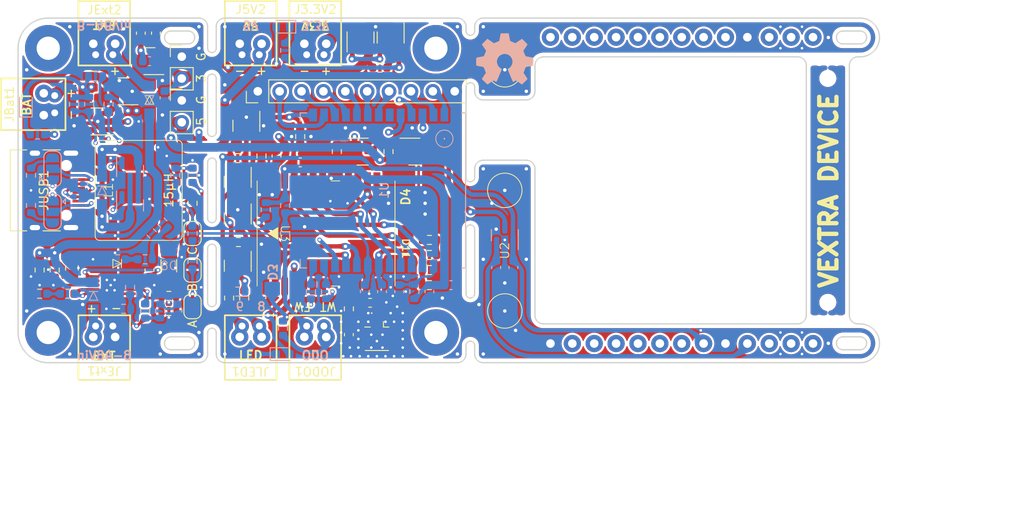
<source format=kicad_pcb>
(kicad_pcb (version 20221018) (generator pcbnew)
  (title_block (title "Vextra Device") (date "2024-02-17") (rev "0.0") (company "janm.dev") (comment 1 "https://github.com/janm-dev/vextra") (comment 2 "Version 2 or later (CERN-OHL-S-2.0+; https://ohwr.org/cern_ohl_s_v2.txt)") (comment 3 "Licensed under the CERN Open Hardware Licence - Strongly Reciprocal") (comment 4 "Vextra Device"))
  (layers (0 "F.Cu" signal) (1 "In1.Cu" signal) (2 "In2.Cu" signal) (31 "B.Cu" signal) (34 "B.Paste" user) (35 "F.Paste" user) (36 "B.SilkS" user "B.Silkscreen") (37 "F.SilkS" user "F.Silkscreen") (38 "B.Mask" user) (39 "F.Mask" user) (44 "Edge.Cuts" user))
  (net 0 "")
  (net 1 "+3.3V")
  (net 2 "GND")
  (net 3 "+3.3VP")
  (net 4 "Vext")
  (net 5 "Net-(U4-SS{slash}TR)")
  (net 6 "Net-(U4-BOOT)")
  (net 7 "Net-(U4-PH)")
  (net 8 "Net-(C6-Pad2)")
  (net 9 "+5V")
  (net 10 "Net-(C8-Pad1)")
  (net 11 "Net-(U1-EN{slash}CHIP_PU)")
  (net 12 "Vext{slash}50")
  (net 13 "Vbat{slash}5")
  (net 14 "Net-(Q7-S)")
  (net 15 "Net-(Q10-S)")
  (net 16 "Vext2")
  (net 17 "Vext1")
  (net 18 "WHEELTICK")
  (net 19 "FWD")
  (net 20 "Net-(J10-In)")
  (net 21 "Vbus")
  (net 22 "D-")
  (net 23 "D+")
  (net 24 "Net-(D13-K)")
  (net 25 "Net-(D14-K)")
  (net 26 "PPS")
  (net 27 "Net-(D15-K)")
  (net 28 "CC1")
  (net 29 "Net-(JLED1-Pin_1)")
  (net 30 "CC2")
  (net 31 "Net-(JLED1-Pin_2)")
  (net 32 "Vbat")
  (net 33 "IO 2")
  (net 34 "IO 3")
  (net 35 "IO 18")
  (net 36 "IO 19")
  (net 37 "IO 20")
  (net 38 "IO 21")
  (net 39 "IO 22")
  (net 40 "IO 23")
  (net 41 "Net-(JODO1-Pin_1)")
  (net 42 "Net-(JODO1-Pin_2)")
  (net 45 "Net-(JP1-A)")
  (net 46 "Net-(JP1-B)")
  (net 47 "Net-(JP2-A)")
  (net 48 "Net-(JP2-B)")
  (net 49 "Net-(JP3-A)")
  (net 50 "Net-(JP4-A)")
  (net 51 "Net-(JP5-A)")
  (net 52 "IO 9")
  (net 53 "Net-(Q1-D)")
  (net 54 "IO 8")
  (net 55 "Net-(Q2-D)")
  (net 56 "Net-(Q3-D)")
  (net 57 "Net-(Q4-D)")
  (net 58 "SLEEP")
  (net 59 "Net-(Q8-D)")
  (net 60 "+BATT")
  (net 61 "Net-(Q11-D)")
  (net 62 "Net-(U4-EN)")
  (net 63 "Net-(U4-RT{slash}CLK)")
  (net 64 "Net-(R4-Pad2)")
  (net 65 "Net-(U4-COMP)")
  (net 66 "Net-(R10-Pad2)")
  (net 67 "Net-(U3-VCC_RF)")
  (net 68 "Net-(U4-VSENSE)")
  (net 69 "Net-(R16-Pad1)")
  (net 70 "Net-(R27-Pad1)")
  (net 71 "Net-(R37-Pad1)")
  (net 72 "Net-(U1-GPIO13{slash}USB_D+)")
  (net 73 "Net-(U1-GPIO12{slash}USB_D-)")
  (net 74 "Net-(U5-~{CHRG})")
  (net 75 "Net-(U5-PROG)")
  (net 76 "Net-(R46-Pad1)")
  (net 77 "Net-(R47-Pad1)")
  (net 78 "GNSS TX")
  (net 79 "GNSS RX")
  (net 80 "SDA")
  (net 81 "SCL")
  (net 83 "SIM TX")
  (net 84 "SIM RX")
  (footprint "Resistor_SMD:R_0603_1608Metric" (layer "F.Cu") (at 76.25 62.5 90)
    (fp_text reference "R21" hide)
    (fp_text value "100Ω" hide)
  )
  (footprint "Inductor_SMD:L_0603_1608Metric" (layer "F.Cu") (at 90.8625 63.05 180)
    (fp_text reference "L2" hide)
    (fp_text value "27nH" hide)
  )
  (footprint "Connector_USB:USB_C_Receptacle_HRO_TYPE-C-31-M-12" (layer "F.Cu") (at 52.999999 50 -90)
    (fp_text reference "JUSB1")
    (fp_text value "USB_C_Receptacle_USB2.0" hide)
  )
  (footprint "MountingHole:MountingHole_2.7mm_M2.5_Pad_TopBottom" (layer "F.Cu") (at 98.5 33.5 90)
    (fp_text reference "REF**" hide)
    (fp_text value "MountingHole_2.7mm_M2.5_Pad_TopBottom" hide)
  )
  (footprint "Jumper:SolderJumper-2_P1.3mm_Open_RoundedPad1.0x1.5mm" (layer "F.Cu") (at 70.249999 63.5 -90)
    (fp_text reference "JP5" hide)
    (fp_text value "A")
  )
  (footprint "Resistor_SMD:R_0603_1608Metric" (layer "F.Cu") (at 67.499999 62.25 180)
    (fp_text reference "R15" hide)
    (fp_text value "100kΩ" hide)
  )
  (footprint "Capacitor_SMD:C_0603_1608Metric" (layer "F.Cu") (at 58.499999 39.25 180)
    (fp_text reference "C14" hide)
    (fp_text value "1µF" hide)
  )
  (footprint "Resistor_SMD:R_0603_1608Metric" (layer "F.Cu") (at 97.75 55.75)
    (fp_text reference "R42" hide)
    (fp_text value "10kΩ" hide)
  )
  (footprint "" (layer "F.Cu") (at 142.999999 35)
    (fp_text reference "")
    (fp_text value "")
  )
  (footprint "Resistor_SMD:R_0603_1608Metric" (layer "F.Cu") (at 54.249999 59.25 -90)
    (fp_text reference "R2" hide)
    (fp_text value "1MΩ" hide)
  )
  (footprint "Resistor_SMD:R_0603_1608Metric" (layer "F.Cu") (at 80.75 66 90)
    (fp_text reference "R6" hide)
    (fp_text value "100kΩ" hide)
  )
  (footprint "Resistor_SMD:R_0603_1608Metric" (layer "F.Cu") (at 75.5 46.25)
    (fp_text reference "R13" hide)
    (fp_text value "10kΩ" hide)
  )
  (footprint "Package_TO_SOT_SMD:SOT-23" (layer "F.Cu") (at 76.5 42.5 -90)
    (fp_text reference "Q1" hide)
    (fp_text value "AO3400A" hide)
  )
  (footprint "Connector_PinHeader_2.54mm:PinHeader_1x02_P2.54mm_Vertical" (layer "F.Cu") (at 68.999999 34.475)
    (fp_text reference "J3.3V1" hide)
    (fp_text value "Conn_01x02" hide)
  )
  (footprint "" (layer "F.Cu") (at 143.999999 65)
    (fp_text reference "")
    (fp_text value "")
  )
  (footprint "_symbols:PH-2AWD" (layer "F.Cu") (at 84.5 65.75 -90)
    (fp_text reference "JODO1")
    (fp_text value "Conn_01x02" hide)
  )
  (footprint "_symbols:MSK240AW" (layer "F.Cu") (at 61.499999 58.5 180)
    (fp_text reference "D5")
    (fp_text value "MSK240AW" hide)
  )
  (footprint "Capacitor_SMD:C_0603_1608Metric" (layer "F.Cu") (at 80 46 -90)
    (fp_text reference "C2" hide)
    (fp_text value "1µF" hide)
  )
  (footprint "Resistor_SMD:R_0603_1608Metric" (layer "F.Cu") (at 87 45.5 -90)
    (fp_text reference "R52" hide)
    (fp_text value "100kΩ" hide)
  )
  (footprint "Connector_PinHeader_2.54mm:PinHeader_1x02_P2.54mm_Vertical" (layer "F.Cu") (at 68.999999 39.555)
    (fp_text reference "J5V1" hide)
    (fp_text value "Conn_01x02" hide)
  )
  (footprint "Capacitor_SMD:C_0805_2012Metric" (layer "F.Cu") (at 56.249999 59 90)
    (fp_text reference "C3" hide)
    (fp_text value "10µF" hide)
  )
  (footprint "Capacitor_SMD:C_0603_1608Metric" (layer "F.Cu") (at 65.249999 59.25 90)
    (fp_text reference "C5" hide)
    (fp_text value "100nF" hide)
  )
  (footprint "" (layer "F.Cu") (at 145.999999 65)
    (fp_text reference "")
    (fp_text value "")
  )
  (footprint "Capacitor_SMD:C_1206_3216Metric" (layer "F.Cu") (at 67.499999 58.75 90)
    (fp_text reference "C7" hide)
    (fp_text value "100µF" hide)
  )
  (footprint "Resistor_SMD:R_0603_1608Metric" (layer "F.Cu") (at 52.499999 59.25 -90)
    (fp_text reference "R3" hide)
    (fp_text value "1MΩ" hide)
  )
  (footprint "Resistor_SMD:R_0603_1608Metric" (layer "F.Cu") (at 97.75 61)
    (fp_text reference "R36" hide)
    (fp_text value "10kΩ" hide)
  )
  (footprint "Package_TO_SOT_SMD:SOT-23" (layer "F.Cu") (at 89.75 32.25 90)
    (fp_text reference "Q12" hide)
    (fp_text value "AO3401A" hide)
  )
  (footprint "Jumper:SolderJumper-2_P1.3mm_Open_RoundedPad1.0x1.5mm" (layer "F.Cu") (at 70.249999 55 -90)
    (fp_text reference "JP3" hide)
    (fp_text value "C")
  )
  (footprint "Package_TO_SOT_SMD:SOT-23" (layer "F.Cu") (at 90 45.5)
    (fp_text reference "Q8" hide)
    (fp_text value "AO3400A" hide)
  )
  (footprint "Capacitor_SMD:C_0603_1608Metric" (layer "F.Cu") (at 82.75 46.75)
    (fp_text reference "C1" hide)
    (fp_text value "1µF" hide)
  )
  (footprint "Package_TO_SOT_SMD:SOT-23" (layer "F.Cu") (at 96 45.5)
    (fp_text reference "Q9" hide)
    (fp_text value "AO3401A" hide)
  )
  (footprint "Package_TO_SOT_SMD:SOT-23" (layer "F.Cu") (at 65.249999 35 180)
    (fp_text reference "U7" hide)
    (fp_text value "HE9073AXXMR" hide)
  )
  (footprint "Package_TO_SOT_SMD:SOT-23" (layer "F.Cu") (at 62.249999 38.5 180)
    (fp_text reference "Q7" hide)
    (fp_text value "AO3401A" hide)
  )
  (footprint "Resistor_SMD:R_0603_1608Metric" (layer "F.Cu") (at 70.249999 48.25 90)
    (fp_text reference "R49" hide)
    (fp_text value "1MΩ" hide)
  )
  (footprint "" (layer "F.Cu") (at 142.999999 65)
    (fp_text reference "")
    (fp_text value "")
  )
  (footprint "" (layer "F.Cu") (at 144.999999 35)
    (fp_text reference "")
    (fp_text value "")
  )
  (footprint "_symbols:ST Teseo VIC3DA" (layer "F.Cu") (at 85.75 55 180)
    (fp_text reference "U3")
    (fp_text value "ST Teseo VIC3DA")
  )
  (footprint "Resistor_SMD:R_0603_1608Metric" (layer "F.Cu") (at 64.749999 64 90)
    (fp_text reference "R19" hide)
    (fp_text value "1.8kΩ" hide)
  )
  (footprint "Resistor_SMD:R_0603_1608Metric" (layer "F.Cu") (at 97.75 57.5 180)
    (fp_text reference "R37" hide)
    (fp_text value "10kΩ" hide)
  )
  (footprint "_symbols:PH-2AWD" (layer "F.Cu") (at 59.999999 34.25 90)
    (fp_text reference "JExt2")
    (fp_text value "Conn_01x02" hide)
  )
  (footprint "" (layer "F.Cu") (at 145.999999 35)
    (fp_text reference "")
    (fp_text value "")
  )
  (footprint "Capacitor_SMD:C_0603_1608Metric" (layer "F.Cu") (at 65.999999 31.75 90)
    (fp_text reference "C20" hide)
    (fp_text value "1µF" hide)
  )
  (footprint "Package_TO_SOT_SMD:SOT-23" (layer "F.Cu") (at 75.5 49 -90)
    (fp_text reference "Q3" hide)
    (fp_text value "AO3401A" hide)
  )
  (footprint "MountingHole:MountingHole_2.7mm_M2.5_Pad_TopBottom" (layer "F.Cu") (at 98.5 66.5 180)
    (fp_text reference "REF**" hide)
    (fp_text value "MountingHole_2.7mm_M2.5_Pad_TopBottom" hide)
  )
  (footprint "_symbols:PH-2AWD" (layer "F.Cu") (at 84.5 34.25 90)
    (fp_text reference "J3.3V2")
    (fp_text value "Conn_01x02" hide)
  )
  (footprint "Resistor_SMD:R_0603_1608Metric" (layer "F.Cu") (at 92 35.75)
    (fp_text reference "R53" hide)
    (fp_text value "100kΩ" hide)
  )
  (footprint "_symbols:Inductor SMD 11.6x10.1" (layer "F.Cu") (at 63.999999 50 90)
    (fp_text reference "L1")
    (fp_text value "15µH")
  )
  (footprint "_symbols:TPS54260DGQR" (layer "F.Cu") (at 60.749999 61 -90)
    (fp_text reference "U4" hide)
    (fp_text value "TPS54260" hide)
  )
  (footprint "_symbols:MSK240AW" (layer "F.Cu") (at 65.249999 39.5 -90)
    (fp_text reference "D12" hide)
    (fp_text value "MSK240AW" hide)
  )
  (footprint "Resistor_SMD:R_0603_1608Metric" (layer "F.Cu") (at 88.4 63.75 90)
    (fp_text reference "R12" hide)
    (fp_text value "10Ω" hide)
  )
  (footprint "Fiducial:Fiducial_1mm_Mask2mm" (layer "F.Cu") (at 143.999999 63)
    (fp_text reference "REF**" hide)
    (fp_text value "Fiducial_1mm_Mask2mm" hide)
  )
  (footprint "Package_TO_SOT_SMD:TSOT-23-5" (layer "F.Cu") (at 59.249999 42 180)
    (fp_text reference "U5" hide)
    (fp_text value "TP4054" hide)
  )
  (footprint "_symbols:PH-2AWD" (layer "F.Cu") (at 59.999999 65.75 -90)
    (fp_text reference "JExt1")
    (fp_text value "Conn_01x02" hide)
  )
  (footprint "Resistor_SMD:R_0603_1608Metric" (layer "F.Cu") (at 93 45.5 90)
    (fp_text reference "R43" hide)
    (fp_text value "100kΩ" hide)
  )
  (footprint "Resistor_SMD:R_0603_1608Metric" (layer "F.Cu") (at 82.75 43.75 -90)
    (fp_text reference "R41" hide)
    (fp_text value "10kΩ" hide)
  )
  (footprint "Package_TO_SOT_SMD:SOT-23" (layer "F.Cu") (at 75.5 53.25 -90)
    (fp_text reference "Q2" hide)
    (fp_text value "AO3400A" hide)
  )
  (footprint "Connector_PinHeader_2.54mm:PinHeader_1x10_P2.54mm_Vertical" (layer "F.Cu") (at 77.825 38.5 90)
    (fp_text reference "JGPIO1" hide)
    (fp_text value "Conn_01x10" hide)
  )
  (footprint "Resistor_SMD:R_0603_1608Metric" (layer "F.Cu") (at 78.25 46 90)
    (fp_text reference "R17" hide)
    (fp_text value "1kΩ" hide)
  )
  (footprint "Resistor_SMD:R_0603_1608Metric" (layer "F.Cu") (at 97.75 59.25)
    (fp_text reference "R35" hide)
    (fp_text value "10kΩ" hide)
  )
  (footprint "Package_TO_SOT_SMD:SOT-23" (layer "F.Cu") (at 75.5 58.75 -90)
    (fp_text reference "Q4" hide)
    (fp_text value "AO3401A" hide)
  )
  (footprint "Resistor_SMD:R_0603_1608Metric" (layer "F.Cu") (at 67.499999 64 180)
    (fp_text reference "R22" hide)
    (fp_text value "100kΩ" hide)
  )
  (footprint "" (layer "F.Cu") (at 144.999999 65)
    (fp_text reference "")
    (fp_text value "")
  )
  (footprint "_symbols:PH-2AWD" (layer "F.Cu") (at 54.249999 40 180)
    (fp_text reference "JBat1")
    (fp_text value "Conn_01x02" hide)
  )
  (footprint "_symbols:SMAF" (layer "F.Cu") (at 95 56.75 -90)
    (fp_text reference "D11")
    (fp_text value "3.3V" hide)
  )
  (footprint "" (layer "F.Cu") (at 143.999999 35)
    (fp_text reference "")
    (fp_text value "")
  )
  (footprint "Resistor_SMD:R_0603_1608Metric" (layer "F.Cu") (at 74.5 62.5 90)
    (fp_text reference "R20" hide)
    (fp_text value "100Ω" hide)
  )
  (footprint "" (layer "F.Cu") (at 141.999999 65)
    (fp_text reference "")
    (fp_text value "")
  )
  (footprint "Package_TO_SOT_SMD:SOT-23" (layer "F.Cu") (at 93.25 32.25 -90)
    (fp_text reference "Q11" hide)
    (fp_text value "AO3400A" hide)
  )
  (footprint "_symbols:SMAF" (layer "F.Cu") (at 95 50.75 90)
    (fp_text reference "D4")
    (fp_text value "3.3V" hide)
  )
  (footprint "MountingHole:MountingHole_2.7mm_M2.5_Pad_TopBottom" (layer "F.Cu") (at 53.5 66.5)
    (fp_text reference "REF**" hide)
    (fp_text value "MountingHole_2.7mm_M2.5_Pad_TopBottom" hide)
  )
  (footprint "_symbols:PH-2AWD" (layer "F.Cu") (at 77 34.25 90)
    (fp_text reference "J5V2")
    (fp_text value "Conn_01x02" hide)
  )
  (footprint "MountingHole:MountingHole_2.7mm_M2.5_Pad_TopBottom" (layer "F.Cu") (at 53.5 33.5)
    (fp_text reference "REF**" hide)
    (fp_text value "MountingHole_2.7mm_M2.5_Pad_TopBottom" hide)
  )
  (footprint "_symbols:PH-2AWD" (layer "F.Cu") (at 77 65.75 -90)
    (fp_text reference "JLED1")
    (fp_text value "Conn_01x02" hide)
  )
  (footprint "Resistor_SMD:R_0603_1608Metric" (layer "F.Cu") (at 75.575 56)
    (fp_text reference "R14" hide)
    (fp_text value "10kΩ" hide)
  )
  (footprint "Diode_SMD:D_0402_1005Metric" (layer "F.Cu") (at 92.135 64.25)
    (fp_text reference "D6" hide)
    (fp_text value "PESD0402-140" hide)
  )
  (footprint "Jumper:SolderJumper-2_P1.3mm_Open_RoundedPad1.0x1.5mm" (layer "F.Cu") (at 70.249999 59.25 -90)
    (fp_text reference "JP4" hide)
    (fp_text value "B")
  )
  (footprint "Fiducial:Fiducial_1mm_Mask2mm" (layer "F.Cu") (at 143.999999 37)
    (fp_text reference "REF**" hide)
    (fp_text value "Fiducial_1mm_Mask2mm" hide)
  )
  (footprint "Resistor_SMD:R_0603_1608Metric" (layer "F.Cu") (at 52.499999 62)
    (fp_text reference "R1" hide)
    (fp_text value "100kΩ" hide)
  )
  (footprint "Capacitor_SMD:C_0603_1608Metric" (layer "F.Cu") (at 88.4 66.75 -90)
    (fp_text reference "C8" hide)
    (fp_text value "100nF" hide)
  )
  (footprint "Connector_Coaxial:U.FL_Hirose_U.FL-R-SMT-1_Vertical" (layer "F.Cu") (at 91.65 66.75 -90)
    (fp_text reference "J10" hide)
    (fp_text value "Conn_Coaxial" hide)
  )
  (footprint "Resistor_SMD:R_0603_1608Metric" (layer "F.Cu") (at 70.249999 51.5 -90)
    (fp_text reference "R45" hide)
    (fp_text value "1.8kΩ" hide)
  )
  (footprint "" (layer "F.Cu") (at 141.999999 35)
    (fp_text reference "")
    (fp_text value "")
  )
  (footprint "Capacitor_SMD:C_0603_1608Metric" (layer "F.Cu") (at 55.749999 62)
    (fp_text reference "C4" hide)
    (fp_text value "6.8nF" hide)
  )
  (footprint "_symbols:Waveshare SIM7600G-H Module THT" (layer "F.Cu") (at 123.499999 50 90)
    (fp_text reference "U2")
    (fp_text value "~")
  )
  (footprint "Capacitor_SMD:C_0603_1608Metric" (layer "F.Cu") (at 64.249999 31.75 -90)
    (fp_text reference "C16" hide)
    (fp_text value "1µF" hide)
  )
  (footprint "Jumper:SolderJumper-3_P1.3mm_Open_RoundedPad1.0x1.5mm" (layer "B.Cu") (at 53.999999 47.5 90)
    (fp_text reference "JP1" hide)
    (fp_text value "SolderJumper_3_Open" hide)
  )
  (footprint "Package_TO_SOT_SMD:SOT-23" (layer "B.Cu") (at 62.999999 47.75 -90)
    (fp_text reference "Q6" hide)
    (fp_text value "AO3401A" hide)
  )
  (footprint "Resistor_SMD:R_0603_1608Metric" (layer "B.Cu") (at 58.249999 40 90)
    (fp_text reference "R33" hide)
    (fp_text value "44.2kΩ" hide)
  )
  (footprint "Capacitor_SMD:C_0603_1608Metric" (layer "B.Cu") (at 90.25 61.75 90)
    (fp_text reference "C10" hide)
    (fp_text value "100nF" hide)
  )
  (footprint "Resistor_SMD:R_0603_1608Metric" (layer "B.Cu") (at 62.999999 61.25 90)
    (fp_text reference "R16" hide)
    (fp_text value "10kΩ" hide)
  )
  (footprint "Resistor_SMD:R_0603_1608Metric" (layer "B.Cu") (at 96 61.75 90)
    (fp_text reference "R24" hide)
    (fp_text value "10kΩ" hide)
  )
  (footprint "Capacitor_SMD:C_0603_1608Metric" (layer "B.Cu") (at 107.499999 58.95 90)
    (fp_text reference "C15" hide)
    (fp_text value "1µF" hide)
  )
  (footprint "Resistor_SMD:R_0603_1608Metric" (layer "B.Cu") (at 81 55 90)
    (fp_text reference "R9" hide)
    (fp_text value "10kΩ" hide)
  )
  (footprint "_symbols:SMAF" (layer "B.Cu") (at 67.499999 58.75 -90)
    (fp_text reference "D8")
    (fp_text value "3.3V" hide)
  )
  (footprint "Capacitor_SMD:C_0603_1608Metric" (layer "B.Cu") (at 68.499999 64 90)
    (fp_text reference "C6" hide)
    (fp_text value "6.8nF" hide)
  )
  (footprint "Resistor_SMD:R_0603_1608Metric" (layer "B.Cu") (at 51.499999 48.25 90)
    (fp_text reference "R30" hide)
    (fp_text value "5.1kΩ" hide)
  )
  (footprint "Resistor_SMD:R_0603_1608Metric" (layer "B.Cu") (at 64.749999 58)
    (fp_text reference "R27" hide)
    (fp_text value "5.1kΩ" hide)
  )
  (footprint "Resistor_SMD:R_0603_1608Metric" (layer "B.Cu") (at 52.249999 43.5 180)
    (fp_text reference "R44" hide)
    (fp_text value "1.8kΩ" hide)
  )
  (footprint "Capacitor_SMD:C_0603_1608Metric" (layer "B.Cu") (at 97.75 61.75 -90)
    (fp_text reference "C11" hide)
    (fp_text value "22µF" hide)
  )
  (footprint "Resistor_SMD:R_0603_1608Metric" (layer "B.Cu") (at 66.499999 64 90)
    (fp_text reference "R11" hide)
    (fp_text value "1kΩ" hide)
  )
  (footprint "_symbols:MSK240AW" (layer "B.Cu") (at 58.749999 62.25 -90)
    (fp_text reference "D2" hide)
    (fp_text value "MSK240AW" hide)
  )
  (footprint "Resistor_SMD:R_0603_1608Metric" (layer "B.Cu") (at 80.75 66 -90)
    (fp_text reference "R8" hide)
    (fp_text value "10kΩ" hide)
  )
  (footprint "Capacitor_SMD:C_0603_1608Metric" (layer "B.Cu") (at 94.25 61.75 -90)
    (fp_text reference "C9" hide)
    (fp_text value "1µF" hide)
  )
  (footprint "Resistor_SMD:R_0603_1608Metric" (layer "B.Cu") (at 56.499999 40 90)
    (fp_text reference "R34" hide)
    (fp_text value "44.2kΩ" hide)
  )
  (footprint "Resistor_SMD:R_0603_1608Metric" (layer "B.Cu") (at 84 61.75 90)
    (fp_text reference "R38" hide)
    (fp_text value "10Ω" hide)
  )
  (footprint "PCM_Espressif:ESP32-C6-WROOM-1U" (layer "B.Cu") (at 92.5 50 90)
    (fp_text reference "U1")
    (fp_text value "ESP32-C6-WROOM-1" hide)
  )
  (footprint "Resistor_SMD:R_0603_1608Metric" (layer "B.Cu") (at 70.249999 58.25 90)
    (fp_text reference "R50" hide)
    (fp_text value "10kΩ" hide)
  )
  (footprint "Diode_SMD:D_0402_1005Metric" (layer "B.Cu") (at 56.999999 50.75)
    (fp_text reference "D10" hide)
    (fp_text value "PESD0402-140" hide)
  )
  (footprint "_symbols:SMAF" (layer "B.Cu") (at 79.5 59.5 90)
    (fp_text reference "D3")
    (fp_text value "3.3V" hide)
  )
  (footprint "LED_SMD:LED_0603_1608Metric" (layer "B.Cu") (at 80.75 31 180)
    (fp_text reference "D15" hide)
    (fp_text value "LED" hide)
  )
  (footprint "Resistor_SMD:R_0603_1608Metric" (layer "B.Cu") (at 77 69)
    (fp_text reference "R54" hide)
    (fp_text value "1.8kΩ" hide)
  )
  (footprint "Capacitor_SMD:C_0603_1608Metric" (layer "B.Cu") (at 66.999999 39.25 -90)
    (fp_text reference "C19" hide)
    (fp_text value "1µF" hide)
  )
  (footprint "Resistor_SMD:R_0603_1608Metric" (layer "B.Cu") (at 81 51.75 -90)
    (fp_text reference "R7" hide)
    (fp_text value "100kΩ" hide)
  )
  (footprint "Resistor_SMD:R_0603_1608Metric" (layer "B.Cu") (at 52.499999 62 180)
    (fp_text reference "R5" hide)
    (fp_text value "100kΩ" hide)
  )
  (footprint "Resistor_SMD:R_0603_1608Metric" (layer "B.Cu") (at 64.749999 64 -90)
    (fp_text reference "R10" hide)
    (fp_text value "10kΩ" hide)
  )
  (footprint "Resistor_SMD:R_0603_1608Metric" (layer "B.Cu") (at 51.499999 51.75 -90)
    (fp_text reference "R29" hide)
    (fp_text value "5.1kΩ" hide)
  )
  (footprint "Resistor_SMD:R_0603_1608Metric" (layer "B.Cu") (at 81 33.75 90)
    (fp_text reference "R55" hide)
    (fp_text value "1.8kΩ" hide)
  )
  (footprint "Symbol:OSHW-Symbol_6.7x6mm_SilkScreen" (layer "B.Cu") (at 106.5 34.75 180)
    (fp_text reference "REF**" hide)
    (fp_text value "OSHW-Symbol_6.7x6mm_SilkScreen" hide)
  )
  (footprint "Resistor_SMD:R_0603_1608Metric" (layer "B.Cu") (at 55.749999 62 180)
    (fp_text reference "R4" hide)
    (fp_text value "100kΩ" hide)
  )
  (footprint "_symbols:MSK240AW" (layer "B.Cu") (at 65.249999 39.5 90)
    (fp_text reference "D1" hide)
    (fp_text value "MSK240AW" hide)
  )
  (footprint "Resistor_SMD:R_0603_1608Metric" (layer "B.Cu") (at 85.75 61.75 90)
    (fp_text reference "R39" hide)
    (fp_text value "10Ω" hide)
  )
  (footprint "Resistor_SMD:R_0603_1608Metric" (layer "B.Cu") (at 78.75 52.25 90)
    (fp_text reference "R40" hide)
    (fp_text value "10kΩ" hide)
  )
  (footprint "Resistor_SMD:R_0603_1608Metric" (layer "B.Cu") (at 58.999999 36.75 180)
    (fp_text reference "R32" hide)
    (fp_text value "44.2kΩ" hide)
  )
  (footprint "Capacitor_SMD:C_0603_1608Metric" (layer "B.Cu") (at 65.249999 35 180)
    (fp_text reference "C18" hide)
    (fp_text value "1µF" hide)
  )
  (footprint "Package_TO_SOT_SMD:SOT-23" (layer "B.Cu") (at 62.999999 51.75 -90)
    (fp_text reference "Q5" hide)
    (fp_text value "AO3401A" hide)
  )
  (footprint "LED_SMD:LED_0603_1608Metric" (layer "B.Cu") (at 50.899999 40 90)
    (fp_text reference "D13" hide)
    (fp_text value "LED" hide)
  )
  (footprint "Resistor_SMD:R_0603_1608Metric" (layer "B.Cu") (at 68.249999 48.25 90)
    (fp_text reference "R47" hide)
    (fp_text value "10kΩ" hide)
  )
  (footprint "Resistor_SMD:R_0603_1608Metric" (layer "B.Cu") (at 60.499999 40 90)
    (fp_text reference "R31" hide)
    (fp_text value "44.2kΩ" hide)
  )
  (footprint "Capacitor_SMD:C_0603_1608Metric" (layer "B.Cu") (at 92.25 61.75 90)
    (fp_text reference "C13" hide)
    (fp_text value "100nF" hide)
  )
  (footprint "Resistor_SMD:R_0603_1608Metric" (layer "B.Cu") (at 70.249999 55 90)
    (fp_text reference "R46" hide)
    (fp_text value "10kΩ" hide)
  )
  (footprint "Resistor_SMD:R_0603_1608Metric" (layer "B.Cu") (at 61.574999 58)
    (fp_text reference "R28" hide)
    (fp_text value "5.1kΩ" hide)
  )
  (footprint "Resistor_SMD:R_0603_1608Metric" (layer "B.Cu") (at 66.749999 53.75 135)
    (fp_text reference "R25" hide)
    (fp_text value "1MΩ" hide)
  )
  (footprint "Resistor_SMD:R_0603_1608Metric" (layer "B.Cu") (at 62.249999 63.75 180)
    (fp_text reference "R23" hide)
    (fp_text value "100kΩ" hide)
  )
  (footprint "Resistor_SMD:R_0603_1608Metric" (layer "B.Cu") (at 68.249999 51.5 90)
    (fp_text reference "R51" hide)
    (fp_text value "10kΩ" hide)
  )
  (footprint "Resistor_SMD:R_0603_1608Metric" (layer "B.Cu") (at 75.5 61.75 180)
    (fp_text reference "R18" hide)
    (fp_text value "1kΩ" hide)
  )
  (footprint "Jumper:SolderJumper-3_P1.3mm_Open_RoundedPad1.0x1.5mm" (layer "B.Cu") (at 53.999999 52.5 -90)
    (fp_text reference "JP2" hide)
    (fp_text value "SolderJumper_3_Open" hide)
  )
  (footprint "_symbols:MSK240AW" (layer "B.Cu") (at 59.749999 50 -90)
    (fp_text reference "D7" hide)
    (fp_text value "MSK240AW" hide)
  )
  (footprint "Package_TO_SOT_SMD:SOT-23" (layer "B.Cu") (at 106.499999 55.2 90)
    (fp_text reference "Q10" hide)
    (fp_text value "AO3401A" hide)
  )
  (footprint "Resistor_SMD:R_0603_1608Metric" (layer "B.Cu") (at 65.499999 55 135)
    (fp_text reference "R26" hide)
    (fp_text value "1MΩ" hide)
  )
  (footprint "LED_SMD:LED_0603_1608Metric" (layer "B.Cu") (at 80.75 69)
    (fp_text reference "D14" hide)
    (fp_text value "LED" hide)
  )
  (footprint "Capacitor_SMD:C_0603_1608Metric" (layer "B.Cu") (at 105.499999 58.95 90)
    (fp_text reference "C17" hide)
    (fp_text value "1µF" hide)
  )
  (footprint "Resistor_SMD:R_0603_1608Metric" (layer "B.Cu") (at 70.249999 48.25 -90)
    (fp_text reference "R48" hide)
    (fp_text value "44.2kΩ" hide)
  )
  (footprint "Diode_SMD:D_0402_1005Metric" (layer "B.Cu") (at 56.999999 49.25 180)
    (fp_text reference "D9" hide)
    (fp_text value "PESD0402-140" hide)
  )
  (footprint "Capacitor_SMD:C_0603_1608Metric" (layer "B.Cu") (at 100.25 61)
    (fp_text reference "C12" hide)
    (fp_text value "100nF" hide)
  )
  (gr_arc locked (start 69.749998 31.500003) (mid 70.280328 31.719672) (end 70.499997 32.250001) (stroke (width 0.15)) (layer "Edge.Cuts"))
  (gr_line locked (start 71.999999 46.75) (end 71.999999 53.25) (stroke (width 0.15)) (layer "Edge.Cuts"))
  (gr_arc locked (start 71.999999 46.75) (mid 72.499999 46.25) (end 72.999999 46.75) (stroke (width 0.15)) (layer "Edge.Cuts"))
  (gr_arc locked (start 145 67.749999) (mid 145.21967 67.21967) (end 145.75 67) (stroke (width 0.15)) (layer "Edge.Cuts"))
  (gr_arc locked (start 109.999997 38.5) (mid 109.707104 39.207106) (end 108.999997 39.5) (stroke (width 0.15)) (layer "Edge.Cuts"))
  (gr_line locked (start 72.000002 69) (end 72 66.5) (stroke (width 0.15)) (layer "Edge.Cuts"))
  (gr_arc locked (start 147.749999 31.5) (mid 148.280329 31.71967) (end 148.499999 32.25) (stroke (width 0.15)) (layer "Edge.Cuts"))
  (gr_line locked (start 140.499999 65.5) (end 110.999999 65.5) (stroke (width 0.15)) (layer "Edge.Cuts"))
  (gr_arc locked (start 146.499999 35.5) (mid 146.792892 34.792893) (end 147.499999 34.5) (stroke (width 0.15)) (layer "Edge.Cuts"))
  (gr_line locked (start 145.75 67.000001) (end 147.75 67.000001) (stroke (width 0.15)) (layer "Edge.Cuts"))
  (gr_arc locked (start 66.999997 32.250001) (mid 67.219667 31.719669) (end 67.749998 31.5) (stroke (width 0.15)) (layer "Edge.Cuts"))
  (gr_line locked (start 104 30) (end 147.749999 30) (stroke (width 0.15)) (layer "Edge.Cuts"))
  (gr_line locked (start 101.999999 30.999999) (end 102 31.5) (stroke (width 0.15)) (layer "Edge.Cuts"))
  (gr_arc locked (start 148.499998 67.749999) (mid 148.280329 68.280329) (end 147.749999 68.499999) (stroke (width 0.15)) (layer "Edge.Cuts"))
  (gr_line locked (start 67.749998 31.5) (end 69.749998 31.5) (stroke (width 0.15)) (layer "Edge.Cuts"))
  (gr_line locked (start 108.999997 39.5) (end 103.999999 39.5) (stroke (width 0.15)) (layer "Edge.Cuts"))
  (gr_line locked (start 101.999999 69) (end 101.999999 68) (stroke (width 0.15)) (layer "Edge.Cuts"))
  (gr_arc locked (start 72.999999 53.25) (mid 72.499999 53.75) (end 71.999999 53.25) (stroke (width 0.15)) (layer "Edge.Cuts"))
  (gr_line locked (start 110.999999 34.5) (end 140.499999 34.5) (stroke (width 0.15)) (layer "Edge.Cuts"))
  (gr_line locked (start 72.999999 31) (end 72.999999 33.5) (stroke (width 0.15)) (layer "Edge.Cuts"))
  (gr_line locked (start 147.749999 33) (end 145.749999 33) (stroke (width 0.15)) (layer "Edge.Cuts"))
  (gr_line locked (start 147.499999 65.5) (end 147.749999 65.5) (stroke (width 0.15)) (layer "Edge.Cuts"))
  (gr_arc locked (start 72.999999 43.25) (mid 72.499999 43.75) (end 71.999999 43.25) (stroke (width 0.15)) (layer "Edge.Cuts"))
  (gr_arc locked (start 141.499999 64.5) (mid 141.207106 65.207107) (end 140.499999 65.5) (stroke (width 0.15)) (layer "Edge.Cuts"))
  (gr_line locked (start 102.999999 38) (end 102.999999 38.5) (stroke (width 0.15)) (layer "Edge.Cuts"))
  (gr_line locked (start 71.999999 31.000002) (end 71.999999 33.500002) (stroke (width 0.15)) (layer "Edge.Cuts"))
  (gr_arc locked (start 70.499997 32.250001) (mid 70.280327 32.780329) (end 69.749997 32.999997) (stroke (width 0.15)) (layer "Edge.Cuts"))
  (gr_arc locked (start 50 33.5) (mid 51.025126 31.025127) (end 53.5 30) (stroke (width 0.15)) (layer "Edge.Cuts"))
  (gr_line locked (start 109.999999 64.5) (end 109.999999 47.500003) (stroke (width 0.15)) (layer "Edge.Cuts"))
  (gr_arc locked (start 147.749999 65.5) (mid 149.999999 67.75) (end 147.749999 70) (stroke (width 0.15)) (layer "Edge.Cuts"))
  (gr_line locked (start 72.999999 46.75) (end 72.999999 53.25) (stroke (width 0.15)) (layer "Edge.Cuts"))
  (gr_arc locked (start 101.999999 54.5) (mid 102.499999 54) (end 102.999999 54.5) (stroke (width 0.15)) (layer "Edge.Cuts"))
  (gr_arc locked (start 103.999999 70) (mid 103.292892 69.707107) (end 102.999999 69) (stroke (width 0.15)) (layer "Edge.Cuts"))
  (gr_line locked (start 71.999999 37) (end 71.999999 43.25) (stroke (width 0.15)) (layer "Edge.Cuts"))
  (gr_arc locked (start 67.750001 68.499998) (mid 67.219671 68.280329) (end 67 67.749999) (stroke (width 0.15)) (layer "Edge.Cuts"))
  (gr_line locked (start 141.499999 64.5) (end 141.499999 35.5) (stroke (width 0.15)) (layer "Edge.Cuts"))
  (gr_arc locked (start 102.999999 31.5) (mid 102.499999 32) (end 101.999999 31.5) (stroke (width 0.15)) (layer "Edge.Cuts"))
  (gr_line locked (start 73.999998 30.000001) (end 100.999999 30) (stroke (width 0.15)) (layer "Edge.Cuts"))
  (gr_arc locked (start 145.749999 33) (mid 145.219669 32.78033) (end 144.999999 32.25) (stroke (width 0.15)) (layer "Edge.Cuts"))
  (gr_arc locked (start 144.999999 32.25) (mid 145.219669 31.71967) (end 145.749999 31.5) (stroke (width 0.15)) (layer "Edge.Cuts"))
  (gr_arc locked (start 72.999999 33.5) (mid 72.499999 34) (end 71.999999 33.5) (stroke (width 0.15)) (layer "Edge.Cuts"))
  (gr_arc locked (start 73.999999 69.999999) (mid 73.292893 69.707106) (end 73 69) (stroke (width 0.15)) (layer "Edge.Cuts"))
  (gr_arc locked (start 67.749997 33) (mid 67.219668 32.780329) (end 66.999997 32.249999) (stroke (width 0.15)) (layer "Edge.Cuts"))
  (gr_arc locked (start 69.750001 66.999997) (mid 70.280332 67.219668) (end 70.500003 67.749999) (stroke (width 0.15)) (layer "Edge.Cuts"))
  (gr_line locked (start 147.749999 34.5) (end 147.499999 34.5) (stroke (width 0.15)) (layer "Edge.Cuts"))
  (gr_line locked (start 147.749999 70) (end 103.999999 70) (stroke (width 0.15)) (layer "Edge.Cuts"))
  (gr_arc locked (start 72.000002 69) (mid 71.707108 69.707109) (end 71 70) (stroke (width 0.15)) (layer "Edge.Cuts"))
  (gr_arc locked (start 102.999996 47.499997) (mid 103.29289 46.792891) (end 103.999996 46.499997) (stroke (width 0.15)) (layer "Edge.Cuts"))
  (gr_line locked (start 102.999999 54.5) (end 102.999999 62) (stroke (width 0.15)) (layer "Edge.Cuts"))
  (gr_arc locked (start 103.999999 39.5) (mid 103.292892 39.207107) (end 102.999999 38.5) (stroke (width 0.15)) (layer "Edge.Cuts"))
  (gr_arc locked (start 72.999999 31) (mid 73.292892 30.292894) (end 73.999998 30.000001) (stroke (width 0.15)) (layer "Edge.Cuts"))
  (gr_arc locked (start 72 66.5) (mid 72.5 66) (end 73 66.5) (stroke (width 0.15)) (layer "Edge.Cuts"))
  (gr_arc locked (start 110.999999 65.5) (mid 110.292892 65.207107) (end 109.999999 64.5) (stroke (width 0.15)) (layer "Edge.Cuts"))
  (gr_line locked (start 146.499999 64.5) (end 146.499999 35.5) (stroke (width 0.15)) (layer "Edge.Cuts"))
  (gr_line locked (start 67.750001 66.999998) (end 69.750001 66.999997) (stroke (width 0.15)) (layer "Edge.Cuts"))
  (gr_arc locked (start 147.499999 65.5) (mid 146.792892 65.207107) (end 146.499999 64.5) (stroke (width 0.15)) (layer "Edge.Cuts"))
  (gr_arc locked (start 147.749998 67) (mid 148.280329 67.21967) (end 148.499999 67.750001) (stroke (width 0.15)) (layer "Edge.Cuts"))
  (gr_arc locked (start 108.999999 46.500003) (mid 109.707105 46.792896) (end 109.999999 47.500003) (stroke (width 0.15)) (layer "Edge.Cuts"))
  (gr_line locked (start 53.5 30) (end 70.999999 30) (stroke (width 0.15)) (layer "Edge.Cuts"))
  (gr_arc locked (start 101.999999 69) (mid 101.707106 69.707106) (end 101 70) (stroke (width 0.15)) (layer "Edge.Cuts"))
  (gr_line locked (start 101.999999 54.5) (end 101.999999 62) (stroke (width 0.15)) (layer "Edge.Cuts"))
  (gr_arc locked (start 70.500002 67.749997) (mid 70.280333 68.28033) (end 69.750001 68.499998) (stroke (width 0.15)) (layer "Edge.Cuts"))
  (gr_arc locked (start 72.999999 63) (mid 72.499999 63.5) (end 71.999999 63) (stroke (width 0.15)) (layer "Edge.Cuts"))
  (gr_arc locked (start 101.999999 68) (mid 102.499999 67.5) (end 102.999999 68) (stroke (width 0.15)) (layer "Edge.Cuts"))
  (gr_arc locked (start 103 31) (mid 103.292893 30.292894) (end 104 30) (stroke (width 0.15)) (layer "Edge.Cuts"))
  (gr_arc locked (start 109.999999 35.5) (mid 110.292892 34.792893) (end 110.999999 34.5) (stroke (width 0.15)) (layer "Edge.Cuts"))
  (gr_arc locked (start 140.499999 34.5) (mid 141.207106 34.792893) (end 141.499999 35.5) (stroke (width 0.15)) (layer "Edge.Cuts"))
  (gr_line locked (start 147.749999 68.499999) (end 145.749999 68.499999) (stroke (width 0.15)) (layer "Edge.Cuts"))
  (gr_line locked (start 72.999999 37) (end 72.999999 43.25) (stroke (width 0.15)) (layer "Edge.Cuts"))
  (gr_arc locked (start 67 67.749999) (mid 67.219671 67.21967) (end 67.750001 66.999998) (stroke (width 0.15)) (layer "Edge.Cuts"))
  (gr_line locked (start 102.999999 30.999999) (end 103 31.5) (stroke (width 0.15)) (layer "Edge.Cuts"))
  (gr_arc locked (start 53.5 70) (mid 51.025126 68.974874) (end 50 66.5) (stroke (width 0.15)) (layer "Edge.Cuts"))
  (gr_line locked (start 145.749999 31.5) (end 147.749999 31.5) (stroke (width 0.15)) (layer "Edge.Cuts"))
  (gr_arc locked (start 100.999999 30) (mid 101.707105 30.292893) (end 101.999998 30.999999) (stroke (width 0.15)) (layer "Edge.Cuts"))
  (gr_line locked (start 108.999999 46.500003) (end 103.999996 46.499997) (stroke (width 0.15)) (layer "Edge.Cuts"))
  (gr_line locked (start 50 66.5) (end 50 33.5) (stroke (width 0.15)) (layer "Edge.Cuts"))
  (gr_line locked (start 101.999999 48.5) (end 101.999999 38) (stroke (width 0.15)) (layer "Edge.Cuts"))
  (gr_line locked (start 109.999999 38.5) (end 109.999999 35.5) (stroke (width 0.15)) (layer "Edge.Cuts"))
  (gr_line locked (start 69.749997 33) (end 67.749997 33) (stroke (width 0.15)) (layer "Edge.Cuts"))
  (gr_arc locked (start 148.499999 32.25) (mid 148.280329 32.78033) (end 147.749999 33) (stroke (width 0.15)) (layer "Edge.Cuts"))
  (gr_line locked (start 71.999999 56.75) (end 71.999999 63) (stroke (width 0.15)) (layer "Edge.Cuts"))
  (gr_arc locked (start 145.749999 68.5) (mid 145.219669 68.280329) (end 145 67.749999) (stroke (width 0.15)) (layer "Edge.Cuts"))
  (gr_line locked (start 102.999999 69) (end 102.999999 68) (stroke (width 0.15)) (layer "Edge.Cuts"))
  (gr_line locked (start 69.750001 68.499998) (end 67.750001 68.499998) (stroke (width 0.15)) (layer "Edge.Cuts"))
  (gr_line locked (start 102.999999 48.5) (end 102.999996 47.5) (stroke (width 0.15)) (layer "Edge.Cuts"))
  (gr_line locked (start 101 70) (end 73.999999 69.999999) (stroke (width 0.15)) (layer "Edge.Cuts"))
  (gr_arc locked (start 147.749999 30) (mid 149.999999 32.25) (end 147.749999 34.5) (stroke (width 0.15)) (layer "Edge.Cuts"))
  (gr_arc locked (start 71.999999 37) (mid 72.499999 36.5) (end 72.999999 37) (stroke (width 0.15)) (layer "Edge.Cuts"))
  (gr_line locked (start 71 70) (end 53.5 70) (stroke (width 0.15)) (layer "Edge.Cuts"))
  (gr_line locked (start 72.999999 56.75) (end 72.999999 63) (stroke (width 0.15)) (layer "Edge.Cuts"))
  (gr_arc locked (start 102.999999 62) (mid 102.499999 62.5) (end 101.999999 62) (stroke (width 0.15)) (layer "Edge.Cuts"))
  (gr_arc locked (start 101.999999 38) (mid 102.499999 37.5) (end 102.999999 38) (stroke (width 0.15)) (layer "Edge.Cuts"))
  (gr_arc locked (start 102.999999 48.5) (mid 102.499999 49) (end 101.999999 48.5) (stroke (width 0.15)) (layer "Edge.Cuts"))
  (gr_line locked (start 73.000002 69) (end 73 66.5) (stroke (width 0.15)) (layer "Edge.Cuts"))
  (gr_arc locked (start 70.999999 30) (mid 71.707106 30.292894) (end 71.999999 31.000002) (stroke (width 0.15)) (layer "Edge.Cuts"))
  (gr_arc locked (start 71.999999 56.75) (mid 72.499999 56.25) (end 72.999999 56.75) (stroke (width 0.15)) (layer "Edge.Cuts"))
  (gr_text ":3" (at 64.5 67.75 270) (layer "F.Cu" knockout) (effects (font (size 1.57542 1.57542) (thickness 0.25))))
  (gr_text "3.3V" (at 84.5 30.25 180) (layer "B.SilkS") (effects (font (size 1 1) (thickness 0.2) bold) (justify bottom mirror)))
  (gr_text "8-48Vin" (at 60 69.75) (layer "B.SilkS") (effects (font (size 1 1) (thickness 0.2) bold) (justify bottom mirror)))
  (gr_text "5V" (at 77 30.25 180) (layer "B.SilkS") (effects (font (size 1 1) (thickness 0.2) bold) (justify bottom mirror)))
  (gr_text "ODO" (at 84.5 69.75) (layer "B.SilkS") (effects (font (size 1 1) (thickness 0.2) bold) (justify bottom mirror)))
  (gr_text "8-48Vin" (at 60 30.25 180) (layer "B.SilkS") (effects (font (size 1 1) (thickness 0.2) bold) (justify bottom mirror)))
  (gr_text "G" (at 71.25 39.5 90) (layer "F.SilkS") (effects (font (size 1 1))))
  (gr_text "BAT" (at 51 40 90) (layer "F.SilkS") (effects (font (size 1 1) (thickness 0.2) bold)))
  (gr_text "ODO" (at 84.5 69.75) (layer "F.SilkS") (effects (font (size 1 1) (thickness 0.2) bold) (justify bottom)))
  (gr_text "EXT" (at 60 69.25) (layer "F.SilkS") (effects (font (size 1 1) (thickness 0.2) bold)))
  (gr_text "G" (at 71.25 34.5 90) (layer "F.SilkS") (effects (font (size 1 1))))
  (gr_text "LED" (at 77 69.75) (layer "F.SilkS") (effects (font (size 1 1) (thickness 0.2) bold) (justify bottom)))
  (gr_text "3" (at 71.25 37 90) (layer "F.SilkS") (effects (font (size 1 1))))
  (gr_text "EXT" (at 60 30.75 180) (layer "F.SilkS") (effects (font (size 1 1) (thickness 0.2) bold)))
  (gr_text "3.3V" (at 84.5 30.25 -180) (layer "F.SilkS") (effects (font (size 1 1) (thickness 0.2) bold) (justify bottom)))
  (gr_text "5V" (at 77 30.25 -180) (layer "F.SilkS") (effects (font (size 1 1) (thickness 0.2) bold) (justify bottom)))
  (gr_text "8" (at 78.25 63.5) (layer "F.SilkS") (effects (font (size 1 1))))
  (gr_text "VEXTRA DEVICE" (at 144.099999 50 90) (layer "F.SilkS") (effects (font (size 2 2) (thickness 0.5) bold)))
  (gr_text "5" (at 71.25 42 90) (layer "F.SilkS") (effects (font (size 1 1))))
  (segment (start 91.175 35.610786) (end 90.407107 34.842893) (width 0.5) (layer "F.Cu") (net 1))
  (segment (start 80.95 47.5) (end 81.7 46.75) (width 0.8) (layer "F.Cu") (net 1))
  (segment (start 69.320786 37.015) (end 68.999999 37.015) (width 1) (layer "F.Cu") (net 1))
  (segment (start 81.7 46.75) (end 81.975 46.75) (width 0.8) (layer "F.Cu") (net 1))
  (segment (start 80 36) (end 79.2125 36) (width 1) (layer "F.Cu") (net 1))
  (segment (start 66.187499 34.05) (end 66.187499 34.2025) (width 0.6) (layer "F.Cu") (net 1))
  (segment (start 90.407107 34.842893) (end 89.542893 35.707107) (width 1) (layer "F.Cu") (net 1))
  (segment (start 79.2125 36) (end 74.659073 36) (width 1) (layer "F.Cu") (net 1))
  (segment (start 80.95 48.85) (end 80.95 47.5) (width 0.8) (layer "F.Cu") (net 1))
  (segment (start 65.999999 33.8625) (end 66.187499 34.05) (width 0.5) (layer "F.Cu") (net 1))
  (segment (start 90.7 34.135786) (end 90.7 33.1875) (width 1) (layer "F.Cu") (net 1))
  (segment (start 80 35.2875) (end 80 36) (width 1) (layer "F.Cu") (net 1))
  (segment (start 65.999999 32.525) (end 65.999999 33.8625) (width 0.5) (layer "F.Cu") (net 1))
  (segment (start 74.36618 35.707107) (end 74.201966 35.542893) (width 1) (layer "F.Cu") (net 1))
  (segment (start 74.659073 36) (end 74.36618 35.707107) (width 1) (layer "F.Cu") (net 1))
  (segment (start 82.75 44.575) (end 82.267893 45.057107) (width 0.5) (layer "F.Cu") (net 1))
  (segment (start 66.187499 34.2025) (end 68.999999 37.015) (width 0.6) (layer "F.Cu") (net 1))
  (segment (start 73.494859 35.25) (end 72.328427 35.25) (width 1) (layer "F.Cu") (net 1))
  (segment (start 70.914213 35.835787) (end 70.027893 36.722107) (width 1) (layer "F.Cu") (net 1))
  (segment (start 81.975 45.764214) (end 81.975 46.75) (width 0.5) (layer "F.Cu") (net 1))
  (segment (start 88.835786 36) (end 80 36) (width 1) (layer "F.Cu") (net 1))
  (segment (start 91.175 35.75) (end 91.175 35.610786) (width 0.5) (layer "F.Cu") (net 1))
  (via (at 74.36618 35.707107) (size 0.8) (drill 0.4) (layers "F.Cu" "B.Cu") (net 1))
  (via (at 80.95 47.5) (size 0.8) (drill 0.4) (layers "F.Cu" "B.Cu") (net 1))
  (via (at 80 35.2875) (size 0.8) (drill 0.4) (layers "F.Cu" "B.Cu") (net 1))
  (arc (start 70.027893 36.722107) (mid 69.70347 36.93888) (end 69.320786 37.015) (width 1) (layer "F.Cu") (net 1))
  (arc (start 90.7 34.135786) (mid 90.62388 34.518469) (end 90.407107 34.842893) (width 1) (layer "F.Cu") (net 1))
  (arc (start 74.201966 35.542893) (mid 73.877542 35.32612) (end 73.494859 35.25) (width 1) (layer "F.Cu") (net 1))
  (arc (start 82.267893 45.057107) (mid 82.05112 45.38153) (end 81.975 45.764214) (width 0.5) (layer "F.Cu") (net 1))
  (arc (start 72.328427 35.25) (mid 71.56306 35.402241) (end 70.914213 35.835787) (width 1) (layer "F.Cu") (net 1))
  (arc (start 89.542893 35.707107) (mid 89.218458 35.923844) (end 88.835786 36) (width 1) (layer "F.Cu") (net 1))
  (segment (start 99.49 58.75) (end 99.49 60.965) (width 1) (layer "B.Cu") (net 1))
  (segment (start 67.832892 38.182107) (end 68.999999 37.015) (width 0.5) (layer "B.Cu") (net 1))
  (segment (start 99.475 61) (end 97.775 61) (width 1) (layer "B.Cu") (net 1))
  (segment (start 97.75 60.975) (end 97.6 60.975) (width 0.5) (layer "B.Cu") (net 1))
  (segment (start 97.6 60.975) (end 96 62.575) (width 0.5) (layer "B.Cu") (net 1))
  (segment (start 80 35.2875) (end 80 31.0375) (width 0.5) (layer "B.Cu") (net 1))
  (segment (start 90.457107 48.457107) (end 89.792893 47.792893) (width 1) (layer "B.Cu") (net 1))
  (segment (start 89.085786 47.5) (end 80.95 47.5) (width 1) (layer "B.Cu") (net 1))
  (segment (start 78.75 51.425) (end 80.5 51.425) (width 0.5) (layer "B.Cu") (net 1))
  (segment (start 80.5 51.425) (end 81 50.925) (width 0.5) (layer "B.Cu") (net 1))
  (segment (start 81 47.55) (end 81 50.925) (width 0.5) (layer "B.Cu") (net 1))
  (segment (start 80 31.0375) (end 79.9625 31) (width 0.5) (layer "B.Cu") (net 1))
  (segment (start 66.999999 38.475) (end 67.125785 38.475) (width 0.5) (layer "B.Cu") (net 1))
  (segment (start 99.49 58.75) (end 99.49 51.25) (width 1) (layer "B.Cu") (net 1))
  (segment (start 96.99 48.75) (end 91.164214 48.75) (width 1) (layer "B.Cu") (net 1))
  (segment (start 97.775 61) (end 97.75 60.975) (width 0.5) (layer "B.Cu") (net 1))
  (arc (start 99.49 51.25) (mid 98.757767 49.482233) (end 96.99 48.75) (width 1) (layer "B.Cu") (net 1))
  (arc (start 89.792893 47.792893) (mid 89.46847 47.57612) (end 89.085786 47.5) (width 1) (layer "B.Cu") (net 1))
  (arc (start 67.832892 38.182107) (mid 67.508469 38.39888) (end 67.125785 38.475) (width 0.5) (layer "B.Cu") (net 1))
  (arc (start 90.457107 48.457107) (mid 90.78153 48.67388) (end 91.164214 48.75) (width 1) (layer "B.Cu") (net 1))
  (segment (start 59.249999 39.275) (end 59.249999 41.95) (width 0.5) (layer "F.Cu") (net 2))
  (segment (start 64.957106 61) (end 66.517892 61) (width 0.3) (layer "F.Cu") (net 2))
  (segment (start 59.249999 41.95) (end 59.274999 41.975) (width 0.5) (layer "F.Cu") (net 2))
  (segment (start 66.871446 60.853553) (end 67.499999 60.225) (width 0.3) (layer "F.Cu") (net 2))
  (segment (start 58.729999 32.98) (end 58.729999 33.98) (width 1) (layer "F.Cu") (net 2))
  (segment (start 58.729999 33.98) (end 58.999999 34.25) (width 1) (layer "F.Cu") (net 2))
  (segment (start 52.979999 41.27) (end 53.979999 41.27) (width 1) (layer "F.Cu") (net 2))
  (segment (start 53.979999 41.27) (end 54.249999 41) (width 1) (layer "F.Cu") (net 2))
  (segment (start 61.269999 66.02) (end 60.999999 65.75) (width 1) (layer "F.Cu") (net 2))
  (segment (start 62.849999 60.5) (end 64.042892 60.5) (width 0.3) (layer "F.Cu") (net 2))
  (segment (start 64.396446 60.646447) (end 64.603553 60.853554) (width 0.3) (layer "F.Cu") (net 2))
  (segment (start 61.269999 67.02) (end 61.269999 66.02) (width 1) (layer "F.Cu") (net 2))
  (segment (start 87.125 46.45) (end 87 46.325) (width 0.5) (layer "F.Cu") (net 2))
  (segment (start 59.274999 39.25) (end 59.249999 39.275) (width 0.5) (layer "F.Cu") (net 2))
  (segment (start 89.0625 46.45) (end 87.125 46.45) (width 0.5) (layer "F.Cu") (net 2))
  (via (at 71.249999 61.25) (size 0.5) (drill 0.3) (layers "F.Cu" "B.Cu") (net 2))
  (via (at 97.25 52.75) (size 0.8) (drill 0.4) (layers "F.Cu" "B.Cu") (net 2))
  (via locked (at 140.999999 69) (size 0.5) (drill 0.3) (layers "F.Cu" "B.Cu") (net 2))
  (via (at 84 43.75) (size 0.8) (drill 0.4) (layers "F.Cu" "B.Cu") (net 2))
  (via locked (at 56 69) (size 0.8) (drill 0.4) (layers "F.Cu" "B.Cu") (net 2))
  (via (at 66.499999 69) (size 0.8) (drill 0.4) (layers "F.Cu" "B.Cu") (net 2))
  (via (at 67.499999 64.75) (size 0.5) (drill 0.3) (layers "F.Cu" "B.Cu") (net 2))
  (via (at 70.249999 46.5) (size 0.5) (drill 0.3) (layers "F.Cu" "B.Cu") (net 2))
  (via (at 65.249999 51) (size 0.5) (drill 0.3) (layers "F.Cu" "B.Cu") (net 2))
  (via (at 94.65 67.25) (size 0.5) (drill 0.3) (layers "F.Cu" "B.Cu") (net 2))
  (via (at 70.999999 66.5) (size 0.8) (drill 0.4) (layers "F.Cu" "B.Cu") (net 2))
  (via (at 87.5 67.75) (size 0.5) (drill 0.3) (layers "F.Cu" "B.Cu") (net 2))
  (via (at 68.249999 59) (size 0.5) (drill 0.3) (layers "F.Cu" "B.Cu") (net 2))
  (via locked (at 138.499999 69) (size 0.5) (drill 0.3) (layers "F.Cu" "B.Cu") (net 2))
  (via locked (at 140.999999 33.5) (size 0.5) (drill 0.3) (layers "F.Cu" "B.Cu") (net 2))
  (via (at 88 42.75) (size 0.8) (drill 0.4) (layers "F.Cu" "B.Cu") (net 2))
  (via (at 94.65 64.25) (size 0.5) (drill 0.3) (layers "F.Cu" "B.Cu") (net 2))
  (via (at 66.749999 41.25) (size 0.8) (drill 0.4) (layers "F.Cu" "B.Cu") (net 2))
  (via (at 97.25 50.25) (size 0.8) (drill 0.4) (layers "F.Cu" "B.Cu") (net 2))
  (via (at 70.999999 48.25) (size 0.5) (drill 0.3) (layers "F.Cu" "B.Cu") (net 2))
  (via locked (at 106.499999 64) (size 0.8) (drill 0.4) (layers "F.Cu" "B.Cu") (net 2))
  (via locked (at 138.499999 33.5) (size 0.5) (drill 0.3) (layers "F.Cu" "B.Cu") (net 2))
  (via locked (at 138.499999 66.5) (size 0.5) (drill 0.3) (layers "F.Cu" "B.Cu") (net 2))
  (via (at 93.5 62.25) (size 0.5) (drill 0.3) (layers "F.Cu" "B.Cu") (net 2))
  (via (at 66.249999 45) (size 0.5) (drill 0.3) (layers "F.Cu" "B.Cu") (net 2))
  (via (at 89.65 69.25) (size 0.5) (drill 0.3) (layers "F.Cu" "B.Cu") (net 2))
  (via (at 91.5 31) (size 0.8) (drill 0.4) (layers "F.Cu" "B.Cu") (net 2))
  (via (at 69.249999 53.5) (size 0.5) (drill 0.3) (layers "F.Cu" "B.Cu") (net 2))
  (via (at 88.5 68.25) (size 0.5) (drill 0.3) (layers "F.Cu" "B.Cu") (net 2))
  (via (at 99.25 62.5) (size 0.8) (drill 0.4) (layers "F.Cu" "B.Cu") (net 2))
  (via (at 92.65 69.25) (size 0.5) (drill 0.3) (layers "F.Cu" "B.Cu") (net 2))
  (via (at 51.499999 50) (size 0.5) (drill 0.3) (layers "F.Cu" "B.Cu") (net 2))
  (via locked (at 103.999999 31) (size 0.8) (drill 0.4) (layers "F.Cu" "B.Cu") (net 2))
  (via locked (at 106.499999 55.75) (size 0.5) (drill 0.3) (layers "F.Cu" "B.Cu") (net 2))
  (via (at 87.25 61.25) (size 0.5) (drill 0.3) (layers "F.Cu" "B.Cu") (net 2))
  (via locked (at 106.499999 36) (size 0.8) (drill 0.4) (layers "F.Cu" "B.Cu") (net 2))
  (via (at 87.75 69.25) (size 0.5) (drill 0.3) (layers "F.Cu" "B.Cu") (net 2))
  (via (at 93.65 69.25) (size 0.5) (drill 0.3) (layers "F.Cu" "B.Cu") (net 2))
  (via (at 63.249999 38.5) (size 0.8) (drill 0.4) (layers "F.Cu" "B.Cu") (net 2))
  (via (at 81.75 43.75) (size 0.8) (drill 0.4) (layers "F.Cu" "B.Cu") (net 2))
  (via (at 61.749999 37.25) (size 0.8) (drill 0.4) (layers "F.Cu" "B.Cu") (net 2))
  (via locked (at 108.999999 47.5) (size 0.8) (drill 0.4) (layers "F.Cu" "B.Cu") (net 2))
  (via (at 90.65 64.25) (size 0.5) (drill 0.3) (layers "F.Cu" "B.Cu") (net 2))
  (via locked (at 51 64) (size 0.8) (drill 0.4) (layers "F.Cu" "B.Cu") (net 2))
  (via locked (at 74 69) (size 0.8) (drill 0.4) (layers "F.Cu" "B.Cu") (net 2))
  (via (at 66.499999 66.5) (size 0.8) (drill 0.4) (layers "F.Cu" "B.Cu") (net 2))
  (via (at 89.5 67.25) (size 0.5) (drill 0.3) (layers "F.Cu" "B.Cu") (net 2))
  (via (at 63.999999 42) (size 0.5) (drill 0.3) (layers "F.Cu" "B.Cu") (net 2))
  (via (at 58.699999 58) (size 0.5) (drill 0.3) (layers "F.Cu" "B.Cu") (net 2))
  (via locked (at 74 31) (size 0.8) (drill 0.4) (layers "F.Cu" "B.Cu") (net 2))
  (via (at 61.249999 55.25) (size 0.5) (drill 0.3) (layers "F.Cu" "B.Cu") (net 2))
  (via locked (at 71.000001 68.999999) (size 0.8) (drill 0.4) (layers "F.Cu" "B.Cu") (net 2))
  (via (at 68.999999 57.75) (size 0.5) (drill 0.3) (layers "F.Cu" "B.Cu") (net 2))
  (via (at 75.5 52.25) (size 0.8) (drill 0.4) (layers "F.Cu" "B.Cu") (net 2))
  (via (at 94 63.5) (size 0.5) (drill 0.3) (layers "F.Cu" "B.Cu") (net 2))
  (via (at 88.25 51.5) (size 0.5) (drill 0.3) (layers "F.Cu" "B.Cu") (net 2))
  (via (at 52.499999 61) (size 0.5) (drill 0.3) (layers "F.Cu" "B.Cu") (net 2))
  (via (at 90.65 65.25) (size 0.5) (drill 0.3) (layers "F.Cu" "B.Cu") (net 2))
  (via locked (at 56 31) (size 0.8) (drill 0.4) (layers "F.Cu" "B.Cu") (net 2))
  (via (at 86.3495 48.5995) (size 0.8) (drill 0.4) (layers "F.Cu" "B.Cu") (net 2))
  (via (at 79.5 50.5) (size 0.8) (drill 0.4) (layers "F.Cu" "B.Cu") (net 2))
  (via (at 88.65 69.25) (size 0.5) (drill 0.3) (layers "F.Cu" "B.Cu") (net 2))
  (via (at 57.499999 63.25) (size 0.8) (drill 0.4) (layers "F.Cu" "B.Cu") (net 2))
  (via (at 91 68.25) (size 0.5) (drill 0.3) (layers "F.Cu" "B.Cu") (net 2))
  (via (at 95.75 42.75) (size 0.8) (drill 0.4) (layers "F.Cu" "B.Cu") (net 2))
  (via (at 60.749999 53.25) (size 0.5) (drill 0.3) (layers "F.Cu" "B.Cu") (net 2))
  (via (at 89.5 68.25) (size 0.5) (drill 0.3) (layers "F.Cu" "B.Cu") (net 2))
  (via locked (at 103.999999 69) (size 0.8) (drill 0.4) (layers "F.Cu" "B.Cu") (net 2))
  (via locked (at 138.499999 31) (size 0.5) (drill 0.3) (layers "F.Cu" "B.Cu") (net 2))
  (via (at 86.25 51.25) (size 0.5) (drill 0.3) (layers "F.Cu" "B.Cu") (net 2))
  (via (at 94.75 60) (size 0.5) (drill 0.3) (layers "F.Cu" "B.Cu") (net 2))
  (via (at 53.499999 59.2) (size 0.5) (drill 0.3) (layers "F.Cu" "B.Cu") (net 2))
  (via (at 95 61.75) (size 0.5) (drill 0.3) (layers "F.Cu" "B.Cu") (net 2))
  (via (at 87.25 60) (size 0.5) (drill 0.3) (layers "F.Cu" "B.Cu") (net 2))
  (via locked (at 101 31) (size 0.8) (drill 0.4) (layers "F.Cu" "B.Cu") (net 2))
  (via (at 65.809999 61) (size 0.5) (drill 0.3) (layers "F.Cu" "B.Cu") (net 2))
  (via (at 56.499999 42.5) (size 0.8) (drill 0.4) (layers "F.Cu" "B.Cu") (net 2))
  (via (at 78.5 42.5) (size 0.8) (drill 0.4) (layers "F.Cu" "B.Cu") (net 2))
  (via locked (at 103.999999 47.5) (size 0.8) (drill 0.4) (layers "F.Cu" "B.Cu") (net 2))
  (via (at 90.25 42.75) (size 0.8) (drill 0.4) (layers "F.Cu" "B.Cu") (net 2))
  (via locked (at 51 36) (size 0.8) (drill 0.4) (layers "F.Cu" "B.Cu") (net 2))
  (via (at 67.499999 63) (size 0.5) (drill 0.3) (layers "F.Cu" "B.Cu") (net 2))
  (via (at 51.499999 60) (size 0.5) (drill 0.3) (layers "F.Cu" "B.Cu") (net 2))
  (via (at 56.999999 59) (size 0.5) (drill 0.3) (layers "F.Cu" "B.Cu") (net 2))
  (via (at 66.999999 58.5) (size 0.5) (drill 0.3) (layers "F.Cu" "B.Cu") (net 2))
  (via locked (at 108.999999 38.5) (size 0.8) (drill 0.4) (layers "F.Cu" "B.Cu") (net 2))
  (via (at 60.249999 63.75) (size 0.5) (drill 0.3) (layers "F.Cu" "B.Cu") (net 2))
  (via (at 74 37.75) (size 0.8) (drill 0.4) (layers "F.Cu" "B.Cu") (net 2))
  (via (at 90.65 69.25) (size 0.5) (drill 0.3) (layers "F.Cu" "B.Cu") (net 2))
  (via (at 144.059999 32.25) (size 0.8) (drill 0.4) (layers "F.Cu" "B.Cu") (net 2))
  (via (at 87.5 65.25) (size 0.5) (drill 0.3) (layers "F.Cu" "B.Cu") (net 2))
  (via locked (at 105.499999 54.5) (size 0.8) (drill 0.4) (layers "F.Cu" "B.Cu") (net 2))
  (via locked (at 108.999999 58) (size 0.8) (drill 0.4) (layers "F.Cu" "B.Cu") (net 2))
  (via (at 78.25 56.25) (size 0.8) (drill 0.4) (layers "F.Cu" "B.Cu") (net 2))
  (via (at 67.249999 46) (size 0.5) (drill 0.3) (layers "F.Cu" "B.Cu") (net 2))
  (via (at 93.25 61.25) (size 0.5) (drill 0.3) (layers "F.Cu" "B.Cu") (net 2))
  (via (at 69.249999 56.25) (size 0.5) (drill 0.3) (layers "F.Cu" "B.Cu") (net 2))
  (via (at 91 66.75) (size 0.5) (drill 0.3) (layers "F.Cu" "B.Cu") (net 2))
  (via (at 93.25 64.25) (size 0.5) (drill 0.3) (layers "F.Cu" "B.Cu") (net 2))
  (via (at 103.5 63.25) (size 0.8) (drill 0.4) (layers "F.Cu" "B.Cu") (net 2))
  (via (at 92.75 63) (size 0.5) (drill 0.3) (layers "F.Cu" "B.Cu") (net 2))
  (via (at 60.749999 46.25) (size 0.5) (drill 0.3) (layers "F.Cu" "B.Cu") (net 2))
  (via (at 89.5 65.25) (size 0.5) (drill 0.3) (layers "F.Cu" "B.Cu") (net 2))
  (via (at 144.059999 67.75) (size 0.8) (drill 0.4) (layers "F.Cu" "B.Cu") (net 2))
  (via (at 94.65 68.25) (size 0.5) (drill 0.3) (layers "F.Cu" "B.Cu") (net 2))
  (via (at 97.25 51.5) (size 0.8) (drill 0.4) (layers "F.Cu" "B.Cu") (net 2))
  (via (at 83 63.5) (size 0.5) (drill 0.3) (layers "F.Cu" "B.Cu") (net 2))
  (via locked (at 140.999999 66.5) (size 0.5) (drill 0.3) (layers "F.Cu" "B.Cu") (net 2))
  (via (at 60.999999 51) (size 0.5) (drill 0.3) (layers "F.Cu" "B.Cu") (net 2))
  (via (at 60.999999 48.75) (size 0.5) (drill 0.3) (layers "F.Cu" "B.Cu") (net 2))
  (via locked (at 140.999999 31) (size 0.5) (drill 0.3) (layers "F.Cu" "B.Cu") (net 2))
  (via (at 83.262778 54.225654) (size 0.8) (drill 0.4) (layers "F.Cu" "B.Cu") (net 2))
  (via (at 66.749999 37.25) (size 0.8) (drill 0.4) (layers "F.Cu" "B.Cu") (net 2))
  (via (at 70.999999 33.5) (size 0.8) (drill 0.4) (layers "F.Cu" "B.Cu") (net 2))
  (via (at 91.65 69.25) (size 0.5) (drill 0.3) (layers "F.Cu" "B.Cu") (net 2))
  (via locked (at 103.999999 38.5) (size 0.8) (drill 0.4) (layers "F.Cu" "B.Cu") (net 2))
  (via (at 92.3 68.25) (size 0.5) (drill 0.3) (layers "F.Cu" "B.Cu") (net 2))
  (via (at 105 51.5) (size 0.8) (drill 0.4) (layers "F.Cu" "B.Cu") (net 2))
  (via (at 94.65 65.25) (size 0.5) (drill 0.3) (layers "F.Cu" "B.Cu") (net 2))
  (via (at 91.65 67.5) (size 0.5) (drill 0.3) (layers "F.Cu" "B.Cu") (net 2))
  (via locked (at 101 69) (size 0.8) (drill 0.4) (layers "F.Cu" "B.Cu") (net 2))
  (via locked (at 70.999998 31.000001) (size 0.8) (drill 0.4) (layers "F.Cu" "B.Cu") (net 2))
  (via (at 93 51.5) (size 0.8) (drill 0.4) (layers "F.Cu" "B.Cu") (net 2))
  (via locked (at 106.499999 50) (size 0.8) (drill 0.4) (layers "F.Cu" "B.Cu") (net 2))
  (via (at 93.65 65.25) (size 0.5) (drill 0.3) (layers "F.Cu" "B.Cu") (net 2))
  (via locked (at 103.999999 58) (size 0.8) (drill 0.4) (layers "F.Cu" "B.Cu") (net 2))
  (via (at 87.5 64) (size 0.5) (drill 0.3) (layers "F.Cu" "B.Cu") (net 2))
  (via locked (at 107.749999 66.25) (size 0.8) (drill 0.4) (layers "F.Cu" "B.Cu") (net 2))
  (via (at 76.5 41.5) (size 0.8) (drill 0.4) (layers "F.Cu" "B.Cu") (net 2))
  (via (at 93 50.25) (size 0.8) (drill 0.4) (layers "F.Cu" "B.Cu") (net 2))
  (via (at 93.25 60) (size 0.5) (drill 0.3) (layers "F.Cu" "B.Cu") (net 2))
  (via locked (at 129.249999 66.25) (size 0.5) (drill 0.3) (layers "F.Cu" "B.Cu") (net 2))
  (via (at 62.249999 31.25) (size 0.8) (drill 0.4) (layers "F.Cu" "B.Cu") (net 2))
  (via (at 89.5 66.25) (size 0.5) (drill 0.3) (layers "F.Cu" "B.Cu") (net 2))
  (via (at 92.65 65.25) (size 0.5) (drill 0.3) (layers "F.Cu" "B.Cu") (net 2))
  (via (at 59.249999 42) (size 0.8) (drill 0.4) (layers "F.Cu" "B.Cu") (net 2))
  (via (at 78.5 59.5) (size 0.8) (drill 0.4) (layers "F.Cu" "B.Cu") (net 2))
  (via (at 61.249999 57.25) (size 0.5) (drill 0.3) (layers "F.Cu" "B.Cu") (net 2))
  (via (at 94.65 69.25) (size 0.5) (drill 0.3) (layers "F.Cu" "B.Cu") (net 2))
  (via (at 54.099999 61) (size 0.5) (drill 0.3) (layers "F.Cu" "B.Cu") (net 2))
  (via (at 64.749999 48.25) (size 0.5) (drill 0.3) (layers "F.Cu" "B.Cu") (net 2))
  (via (at 87.5 66.5) (size 0.5) (drill 0.3) (layers "F.Cu" "B.Cu") (net 2))
  (via (at 90.75 62) (size 0.5) (drill 0.3) (layers "F.Cu" "B.Cu") (net 2))
  (via (at 78 50.5) (size 0.8) (drill 0.4) (layers "F.Cu" "B.Cu") (net 2))
  (via (at 94.65 66.25) (size 0.5) (drill 0.3) (layers "F.Cu" "B.Cu") (net 2))
  (via locked (at 106.499999 60.75) (size 0.8) (drill 0.4) (layers "F.Cu" "B.Cu") (net 2))
  (via (at 92.3 66.75) (size 0.5) (drill 0.3) (layers "F.Cu" "B.Cu") (net 2))
  (via (at 69.249999 52.5) (size 0.5) (drill 0.3) (layers "F.Cu" "B.Cu") (net 2))
  (arc (start 64.603553 60.853554) (mid 64.765765 60.96194) (end 64.957106 61) (width 0.3) (layer "F.Cu") (net 2))
  (arc (start 66.517892 61) (mid 66.709234 60.96194) (end 66.871446 60.853553) (width 0.3) (layer "F.Cu") (net 2))
  (arc (start 64.396446 60.646447) (mid 64.234234 60.53806) (end 64.042892 60.5) (width 0.3) (layer "F.Cu") (net 2))
  (segment (start 79.85 46.925) (end 80 46.775) (width 0.8) (layer "F.Cu") (net 3))
  (segment (start 80.824457 44.324457) (end 80.25 43.75) (width 0.8) (layer "F.Cu") (net 3))
  (segment (start 81.11735 45.504222) (end 81.11735 45.031564) (width 0.8) (layer "F.Cu") (net 3))
  (segment (start 80.260786 46.775) (end 80.824457 46.211329) (width 0.8) (layer "F.Cu") (net 3))
  (segment (start 79.85 48.85) (end 79.85 46.925) (width 0.8) (layer "F.Cu") (net 3))
  (segment (start 87.4375 31.3125) (end 89.75 31.3125) (width 1) (layer "F.Cu") (net 3))
  (segment (start 80 46.775) (end 80.260786 46.775) (width 0.8) (layer "F.Cu") (net 3))
  (segment (start 85.77 32.98) (end 87.4375 31.3125) (width 1) (layer "F.Cu") (net 3))
  (via (at 80.25 43.75) (size 0.8) (drill 0.4) (layers "F.Cu" "B.Cu") (net 3))
  (arc (start 81.11735 45.504222) (mid 81.04123 45.886905) (end 80.824457 46.211329) (width 0.8) (layer "F.Cu") (net 3))
  (arc (start 80.824457 44.324457) (mid 81.04123 44.64888) (end 81.11735 45.031564) (width 0.8) (layer "F.Cu") (net 3))
  (segment (start 58.649999 60.5) (end 57.007106 60.5) (width 0.3) (layer "F.Cu") (net 4))
  (segment (start 56.653552 60.353553) (end 56.249999 59.95) (width 0.3) (layer "F.Cu") (net 4))
  (segment (start 54.249999 58.425) (end 54.517892 58.425) (width 0.5) (layer "F.Cu") (net 4))
  (segment (start 52.499999 57.25) (end 52.499999 58.425) (width 1) (layer "F.Cu") (net 4))
  (segment (start 54.249999 57.25) (end 54.249999 58.425) (width 1) (layer "F.Cu") (net 4))
  (segment (start 52.499999 58.425) (end 54.249999 58.425) (width 0.5) (layer "F.Cu") (net 4))
  (segment (start 54.871446 58.571447) (end 56.249999 59.95) (width 0.5) (layer "F.Cu") (net 4))
  (via (at 52.499999 57.25) (size 0.8) (drill 0.4) (layers "F.Cu" "B.Cu") (net 4))
  (via (at 54.249999 57.25) (size 0.8) (drill 0.4) (layers "F.Cu" "B.Cu") (net 4))
  (arc (start 54.871446 58.571447) (mid 54.709234 58.46306) (end 54.517892 58.425) (width 0.5) (layer "F.Cu") (net 4))
  (arc (start 57.007106 60.5) (mid 56.815764 60.46194) (end 56.653552 60.353553) (width 0.3) (layer "F.Cu") (net 4))
  (segment (start 54.965731 56.584735) (end 54.757889 56.744218) (width 1) (layer "B.Cu") (net 4))
  (segment (start 55.434648 56.353491) (end 55.192611 56.453746) (width 1) (layer "B.Cu") (net 4))
  (segment (start 54.757889 56.744218) (end 54.664212 56.835787) (width 1) (layer "B.Cu") (net 4))
  (segment (start 66.229999 48.758284) (end 66.229999 52.191573) (width 1) (layer "B.Cu") (net 4))
  (segment (start 65.249999 46.949856) (end 65.249999 41.1) (width 1) (layer "B.Cu") (net 4))
  (segment (start 58.749999 60.65) (end 57.228426 60.65) (width 1) (layer "B.Cu") (net 4))
  (segment (start 65.644212 53.605787) (end 63.584294 55.665705) (width 1) (layer "B.Cu") (net 4))
  (segment (start 54.249999 57.25) (end 52.499999 57.25) (width 1) (layer "B.Cu") (net 4))
  (segment (start 54.664212 56.835787) (end 54.249999 57.25) (width 1) (layer "B.Cu") (net 4))
  (segment (start 55.192611 56.453746) (end 54.965731 56.584735) (width 1) (layer "B.Cu") (net 4))
  (segment (start 62.170081 56.251491) (end 55.947437 56.251491) (width 1) (layer "B.Cu") (net 4))
  (segment (start 55.814212 60.064213) (end 54.835785 59.085786) (width 1) (layer "B.Cu") (net 4))
  (segment (start 54.249999 57.671573) (end 54.249999 57.25) (width 1) (layer "B.Cu") (net 4))
  (segment (start 55.947437 56.251491) (end 55.687699 56.285686) (width 1) (layer "B.Cu") (net 4))
  (segment (start 65.542892 47.656963) (end 65.937106 48.051177) (width 1) (layer "B.Cu") (net 4))
  (segment (start 55.687699 56.285686) (end 55.434648 56.353491) (width 1) (layer "B.Cu") (net 4))
  (arc (start 57.228426 60.65) (mid 56.463059 60.497759) (end 55.814212 60.064213) (width 1) (layer "B.Cu") (net 4))
  (arc (start 65.249999 46.949856) (mid 65.326119 47.332539) (end 65.542892 47.656963) (width 1) (layer "B.Cu") (net 4))
  (arc (start 54.249999 57.671573) (mid 54.40224 58.43694) (end 54.835785 59.085786) (width 1) (layer "B.Cu") (net 4))
  (arc (start 65.644212 53.605787) (mid 66.077758 52.95694) (end 66.229999 52.191573) (width 1) (layer "B.Cu") (net 4))
  (arc (start 66.229999 48.758284) (mid 66.153879 48.375601) (end 65.937106 48.051177) (width 1) (layer "B.Cu") (net 4))
  (arc (start 63.584294 55.665705) (mid 62.935448 56.09925) (end 62.170081 56.251491) (width 1) (layer "B.Cu") (net 4))
  (segment (start 56.732106 61.792893) (end 56.524999 62) (width 0.3) (layer "F.Cu") (net 5))
  (segment (start 58.649999 61.5) (end 57.439213 61.5) (width 0.3) (layer "F.Cu") (net 5))
  (arc (start 56.732106 61.792893) (mid 57.056529 61.57612) (end 57.439213 61.5) (width 0.3) (layer "F.Cu") (net 5))
  (segment (start 58.249999 60) (end 58.649999 60) (width 0.3) (layer "F.Cu") (net 6))
  (segment (start 57.749999 59.5) (end 58.249999 60) (width 0.3) (layer "F.Cu") (net 6))
  (segment (start 65.249999 60.025) (end 65.474999 60.025) (width 0.3) (layer "F.Cu") (net 6))
  (segment (start 65.474999 60.025) (end 66.249999 59.25) (width 0.3) (layer "F.Cu") (net 6))
  (via (at 57.749999 59.5) (size 0.5) (drill 0.3) (layers "F.Cu" "B.Cu") (net 6))
  (via (at 66.249999 59.25) (size 0.5) (drill 0.3) (layers "F.Cu" "B.Cu") (net 6))
  (segment (start 66.249999 59.25) (end 58.207106 59.25) (width 0.3) (layer "B.Cu") (net 6))
  (segment (start 57.853552 59.396447) (end 57.749999 59.5) (width 0.3) (layer "B.Cu") (net 6))
  (arc (start 58.207106 59.25) (mid 58.015764 59.28806) (end 57.853552 59.396447) (width 0.3) (layer "B.Cu") (net 6))
  (segment (start 66.499999 63.175) (end 66.928553 63.603554) (width 0.3) (layer "B.Cu") (net 8))
  (segment (start 68.121446 63.603553) (end 68.499999 63.225) (width 0.3) (layer "B.Cu") (net 8))
  (segment (start 67.282106 63.75) (end 67.767892 63.75) (width 0.3) (layer "B.Cu") (net 8))
  (arc (start 67.767892 63.75) (mid 67.959234 63.71194) (end 68.121446 63.603553) (width 0.3) (layer "B.Cu") (net 8))
  (arc (start 66.928553 63.603554) (mid 67.090765 63.71194) (end 67.282106 63.75) (width 0.3) (layer "B.Cu") (net 8))
  (segment (start 74.55 57.8125) (end 74.55 56.2) (width 0.5) (layer "F.Cu") (net 9))
  (segment (start 73 45) (end 70 45) (width 1) (layer "F.Cu") (net 9))
  (segment (start 74 39.5) (end 74 44) (width 1) (layer "F.Cu") (net 9))
  (segment (start 67.069212 42.680787) (end 64.549999 45.2) (width 1) (layer "F.Cu") (net 9))
  (segment (start 73.75 46.0995) (end 74.5245 46.0995) (width 0.5) (layer "F.Cu") (net 9))
  (segment (start 68.324999 64) (end 68.324999 62.25) (width 0.3) (layer "F.Cu") (net 9))
  (segment (start 63.949999 45.25) (end 61.249999 45.25) (width 1) (layer "F.Cu") (net 9))
  (segment (start 64.549999 45.2) (end 63.999999 45.2) (width 1) (layer "F.Cu") (net 9))
  (segment (start 68.324999 62.25) (end 68.707106 61.867893) (width 0.3) (layer "F.Cu") (net 9))
  (segment (start 67.499999 50.496068) (end 67.499999 57) (width 2) (layer "F.Cu") (net 9))
  (segment (start 69 44) (end 68.999999 42.095) (width 1) (layer "F.Cu") (net 9))
  (segment (start 74.675 46.25) (end 74.675 45.839214) (width 0.5) (layer "F.Cu") (net 9))
  (segment (start 68.707106 58.482107) (end 67.499999 57.275) (width 0.3) (layer "F.Cu") (net 9))
  (segment (start 57.724999 39.25) (end 57.749999 39.25) (width 0.5) (layer "F.Cu") (net 9))
  (segment (start 63.949999 45.25) (end 63.999999 45.2) (width 1) (layer "F.Cu") (net 9))
  (segment (start 74.5245 46.0995) (end 74.675 46.25) (width 0.5) (layer "F.Cu") (net 9))
  (segment (start 74.5995 53.75) (end 74.75 53.9005) (width 0.5) (layer "F.Cu") (net 9))
  (segment (start 64.399999 45.325) (end 66.035533 46.960534) (width 2) (layer "F.Cu") (net 9))
  (segment (start 74.55 46.375) (end 74.675 46.25) (width 0.5) (layer "F.Cu") (net 9))
  (segment (start 68.999999 61.160786) (end 68.999999 59.189214) (width 0.3) (layer "F.Cu") (net 9))
  (segment (start 61.249999 45.25) (end 60.749999 45.25) (width 1) (layer "F.Cu") (net 9))
  (segment (start 74.55 48.0625) (end 74.55 46.375) (width 0.5) (layer "F.Cu") (net 9))
  (segment (start 68.999999 42.095) (end 68.483426 42.095) (width 1) (layer "F.Cu") (net 9))
  (segment (start 60.749999 45.25) (end 59.749999 45.25) (width 1) (layer "F.Cu") (net 9))
  (segment (start 74.55 56.2) (end 74.75 56) (width 0.5) (layer "F.Cu") (net 9))
  (segment (start 74.382107 45.132107) (end 73.820971 44.570971) (width 0.5) (layer "F.Cu") (net 9))
  (segment (start 74.75 53.9005) (end 74.75 56) (width 0.5) (layer "F.Cu") (net 9))
  (via (at 59.749999 45.25) (size 0.8) (drill 0.4) (layers "F.Cu" "B.Cu") (net 9))
  (via (at 74 39.5) (size 0.8) (drill 0.4) (layers "F.Cu" "B.Cu") (net 9))
  (via (at 61.249999 45.25) (size 0.8) (drill 0.4) (layers "F.Cu" "B.Cu") (net 9))
  (via (at 58.499999 38) (size 0.8) (drill 0.4) (layers "F.Cu" "B.Cu") (net 9))
  (via (at 73.75 46.0995) (size 0.8) (drill 0.4) (layers "F.Cu" "B.Cu") (net 9))
  (via (at 62.749999 40.75) (size 0.8) (drill 0.4) (layers "F.Cu" "B.Cu") (net 9))
  (via (at 57.499999 38) (size 0.8) (drill 0.4) (layers "F.Cu" "B.Cu") (net 9))
  (via (at 74.5995 53.75) (size 0.8) (drill 0.4) (layers "F.Cu" "B.Cu") (net 9))
  (via (at 63.749999 40.75) (size 0.8) (drill 0.4) (layers "F.Cu" "B.Cu") (net 9))
  (arc (start 70 45) (mid 69.292893 44.707107) (end 69 44) (width 1) (layer "F.Cu") (net 9))
  (arc (start 68.999999 59.189214) (mid 68.923879 58.806531) (end 68.707106 58.482107) (width 0.3) (layer "F.Cu") (net 9))
  (arc (start 74.675 45.839214) (mid 74.59888 45.456531) (end 74.382107 45.132107) (width 0.5) (layer "F.Cu") (net 9))
  (arc (start 67.499999 50.496068) (mid 67.119397 48.582651) (end 66.035533 46.960534) (width 2) (layer "F.Cu") (net 9))
  (arc (start 68.707106 61.867893) (mid 68.923879 61.54347) (end 68.999999 61.160786) (width 0.3) (layer "F.Cu") (net 9))
  (arc (start 68.483426 42.095) (mid 67.718059 42.247241) (end 67.069212 42.680787) (width 1) (layer "F.Cu") (net 9))
  (arc (start 74 44) (mid 73.707107 44.707107) (end 73 45) (width 1) (layer "F.Cu") (net 9))
  (segment (start 105.93934 50.93934) (end 107.010659 52.010659) (width 0.5) (layer "B.Cu") (net 9))
  (segment (start 127.635785 66.25) (end 110.578427 66.25) (width 0.5) (layer "B.Cu") (net 9))
  (segment (start 107.449999 53.071319) (end 107.449999 56.1375) (width 0.5) (layer "B.Cu") (net 9))
  (segment (start 63.949999 50.8125) (end 63.949999 46.8125) (width 0.6) (layer "B.Cu") (net 9))
  (segment (start 73.75 46.0995) (end 73.75 52.486286) (width 0.5) (layer "B.Cu") (net 9))
  (segment (start 60.499999 39.175) (end 60.760785 39.175) (width 0.3) (layer "B.Cu") (net 9))
  (segment (start 50.899999 39.2125) (end 50.899999 39) (width 0.5) (layer "B.Cu") (net 9))
  (segment (start 108.207107 58.882108) (end 107.499999 58.175) (width 0.5) (layer "B.Cu") (net 9))
  (segment (start 73.75 46.0995) (end 73.883554 46.233054) (width 0.5) (layer "B.Cu") (net 9))
  (segment (start 73.883554 46.233054) (end 89.56884 46.233054) (width 0.5) (layer "B.Cu") (net 9))
  (segment (start 62.949999 45.25) (end 61.249999 45.25) (width 1) (layer "B.Cu") (net 9))
  (segment (start 58.174999 36.75) (end 58.174999 36.910786) (width 0.3) (layer "B.Cu") (net 9))
  (segment (start 61.467892 39.467893) (end 62.749999 40.75) (width 0.3) (layer "B.Cu") (net 9))
  (segment (start 102.914214 50.5) (end 104.87868 50.5) (width 0.5) (layer "B.Cu") (net 9))
  (segment (start 58.103552 38.603553) (end 57.499999 38) (width 0.5) (layer "B.Cu") (net 9))
  (segment (start 109.164213 65.664213) (end 109.085786 65.585786) (width 0.5) (layer "B.Cu") (net 9))
  (segment (start 63.949999 46.8125) (end 63.949999 46.25) (width 1) (layer "B.Cu") (net 9))
  (segment (start 74.042893 53.193393) (end 74.5995 53.75) (width 0.5) (layer "B.Cu") (net 9))
  (segment (start 58.249999 39.175) (end 58.249999 38.957107) (width 0.5) (layer "B.Cu") (net 9))
  (segment (start 74 39.5) (end 77.414213 36.085787) (width 1) (layer "B.Cu") (net 9))
  (segment (start 59.749999 45.25) (end 61.249999 45.25) (width 1) (layer "B.Cu") (net 9))
  (segment (start 57.882106 37.617893) (end 57.499999 38) (width 0.3) (layer "B.Cu") (net 9))
  (segment (start 52.899999 37) (end 55.671572 37) (width 0.5) (layer "B.Cu") (net 9))
  (segment (start 108.5 64.171573) (end 108.5 59.589215) (width 0.5) (layer "B.Cu") (net 9))
  (segment (start 91.664214 47.5) (end 98.464466 47.5) (width 0.5) (layer "B.Cu") (net 9))
  (segment locked (start 129.579999 67.78) (end 128.342892 66.542893) (width 0.5) (layer "B.Cu") (net 9))
  (segment (start 56.499999 39.175) (end 58.249999 39.175) (width 0.5) (layer "B.Cu") (net 9))
  (segment (start 78 34.671573) (end 78 34.25) (width 1) (layer "B.Cu") (net 9))
  (segment (start 57.085786 37.585787) (end 57.499999 38) (width 0.5) (layer "B.Cu") (net 9))
  (segment (start 90.275947 46.525947) (end 90.957107 47.207107) (width 0.5) (layer "B.Cu") (net 9))
  (segment locked (start 107.449999 56.1375) (end 107.449999 58.125) (width 0.6) (layer "B.Cu") (net 9))
  (segment (start 100.232233 48.232233) (end 102.207107 50.207107) (width 0.5) (layer "B.Cu") (net 9))
  (segment (start 59.749999 45.25) (end 59.749999 48.4) (width 1) (layer "B.Cu") (net 9))
  (arc (start 108.5 59.589215) (mid 108.42388 59.206532) (end 108.207107 58.882108) (width 0.5) (layer "B.Cu") (net 9))
  (arc (start 89.56884 46.233054) (mid 89.951528 46.309173) (end 90.275947 46.525947) (width 0.5) (layer "B.Cu") (net 9))
  (arc (start 128.342892 66.542893) (mid 128.018469 66.32612) (end 127.635785 66.25) (width 0.5) (layer "B.Cu") (net 9))
  (arc (start 77.414213 36.085787) (mid 77.847768 35.436946) (end 78 34.671573) (width 1) (layer "B.Cu") (net 9))
  (arc (start 110.578427 66.25) (mid 109.81306 66.097759) (end 109.164213 65.664213) (width 0.5) (layer "B.Cu") (net 9))
  (arc (start 108.5 64.171573) (mid 108.652241 64.93694) (end 109.085786 65.585786) (width 0.5) (layer "B.Cu") (net 9))
  (arc (start 57.085786 37.585787) (mid 56.436939 37.152241) (end 55.671572 37) (width 0.5) (layer "B.Cu") (net 9))
  (arc (start 98.464466 47.5) (mid 99.421175 47.690301) (end 100.232233 48.232233) (width 0.5) (layer "B.Cu") (net 9))
  (arc (start 61.467892 39.467893) (mid 61.143469 39.25112) (end 60.760785 39.175) (width 0.3) (layer "B.Cu") (net 9))
  (arc (start 57.882106 37.617893) (mid 58.098879 37.29347) (end 58.174999 36.910786) (width 0.3) (layer "B.Cu") (net 9))
  (arc (start 107.010659 52.010659) (mid 107.335818 52.497294) (end 107.449999 53.071319) (width 0.5) (layer "B.Cu") (net 9))
  (arc (start 58.103552 38.603553) (mid 58.211939 38.765765) (end 58.249999 38.957107) (width 0.5) (layer "B.Cu") (net 9))
  (arc (start 105.93934 50.93934) (mid 105.452705 50.614181) (end 104.87868 50.5) (width 0.5) (layer "B.Cu") (net 9))
  (arc (start 63.949999 46.25) (mid 63.657106 45.542893) (end 62.949999 45.25) (width 1) (layer "B.Cu") (net 9))
  (arc (start 102.914214 50.5) (mid 102.531531 50.42388) (end 102.207107 50.207107) (width 0.5) (layer "B.Cu") (net 9))
  (arc (start 90.957107 47.207107) (mid 91.28153 47.42388) (end 91.664214 47.5) (width 0.5) (layer "B.Cu") (net 9))
  (arc (start 73.75 52.486286) (mid 73.82612 52.86897) (end 74.042893 53.193393) (width 0.5) (layer "B.Cu") (net 9))
  (arc (start 50.899999 39) (mid 51.485785 37.585786) (end 52.899999 37) (width 0.5) (layer "B.Cu") (net 9))
  (segment (start 88.4 64.575) (end 88.433579 64.575) (width 0.5) (layer "F.Cu") (net 10))
  (segment locked (start 88.50429 64.54571) (end 89.970711 63.079289) (width 0.5) (layer "F.Cu") (net 10))
  (segment (start 90.041421 63.05) (end 90.075 63.05) (width 0.5) (layer "F.Cu") (net 10))
  (segment (start 88.4 64.575) (end 88.4 65.975) (width 0.5) (layer "F.Cu") (net 10))
  (arc (start 88.433579 64.575) (mid 88.471848 64.567388) (end 88.50429 64.54571) (width 0.5) (layer "F.Cu") (net 10))
  (arc (start 89.970711 63.079289) (mid 90.003153 63.057612) (end 90.041421 63.05) (width 0.5) (layer "F.Cu") (net 10))
  (segment (start 98.22 59.5) (end 98.22 58.75) (width 0.3) (layer "B.Cu") (net 11))
  (segment (start 94.3 60.925) (end 94.25 60.975) (width 0.3) (layer "B.Cu") (net 11))
  (segment (start 96 60.925) (end 96.778554 60.146446) (width 0.3) (layer "B.Cu") (net 11))
  (segment (start 97.132107 60) (end 97.72 60) (width 0.3) (layer "B.Cu") (net 11))
  (segment (start 96 60.925) (end 94.3 60.925) (width 0.3) (layer "B.Cu") (net 11))
  (arc (start 97.132107 60) (mid 96.940766 60.03806) (end 96.778554 60.146446) (width 0.3) (layer "B.Cu") (net 11))
  (arc (start 97.72 60) (mid 98.073553 59.853553) (end 98.22 59.5) (width 0.3) (layer "B.Cu") (net 11))
  (segment (start 90.6 60.210786) (end 90.6 58.75) (width 0.5) (layer "B.Cu") (net 12))
  (segment (start 88.6 55) (end 69.764213 55) (width 0.3) (layer "B.Cu") (net 12))
  (segment (start 69.057106 55.292893) (end 67.499999 56.85) (width 0.3) (layer "B.Cu") (net 12))
  (segment (start 65.574999 58) (end 65.574999 56.50594) (width 0.5) (layer "B.Cu") (net 12))
  (segment (start 66.083362 55.583363) (end 67.333362 54.333363) (width 0.5) (layer "B.Cu") (net 12))
  (segment (start 67.499999 56.85) (end 67.349999 56.85) (width 0.5) (layer "B.Cu") (net 12))
  (segment (start 65.867892 55.798833) (end 66.083362 55.583363) (width 0.5) (layer "B.Cu") (net 12))
  (segment (start 90.25 60.975) (end 90.307107 60.917893) (width 0.5) (layer "B.Cu") (net 12))
  (segment (start 90.6 58.75) (end 90.6 57) (width 0.3) (layer "B.Cu") (net 12))
  (segment (start 67.349999 56.85) (end 66.083362 55.583363) (width 0.5) (layer "B.Cu") (net 12))
  (arc (start 90.6 60.210786) (mid 90.52388 60.593469) (end 90.307107 60.917893) (width 0.5) (layer "B.Cu") (net 12))
  (arc (start 90.6 57) (mid 90.014214 55.585786) (end 88.6 55) (width 0.3) (layer "B.Cu") (net 12))
  (arc (start 65.574999 56.50594) (mid 65.651119 56.123257) (end 65.867892 55.798833) (width 0.5) (layer "B.Cu") (net 12))
  (arc (start 69.764213 55) (mid 69.38153 55.076124) (end 69.057106 55.292893) (width 0.3) (layer "B.Cu") (net 12))
  (segment (start 96.925 57.5) (end 96.717893 57.292893) (width 0.5) (layer "F.Cu") (net 13))
  (segment (start 95 57) (end 92.784214 57) (width 0.5) (layer "F.Cu") (net 13))
  (segment (start 92.077107 57.292893) (end 91.87 57.5) (width 0.5) (layer "F.Cu") (net 13))
  (segment (start 96.925 61) (end 96.925 59.25) (width 0.5) (layer "F.Cu") (net 13))
  (segment (start 95 54.85) (end 95 57) (width 0.5) (layer "F.Cu") (net 13))
  (segment (start 96.925 59.25) (end 96.925 57.5) (width 0.5) (layer "F.Cu") (net 13))
  (segment (start 96.010786 57) (end 95 57) (width 0.5) (layer "F.Cu") (net 13))
  (via (at 91.87 57.5) (size 0.8) (drill 0.4) (layers "F.Cu" "B.Cu") (net 13))
  (arc (start 92.077107 57.292893) (mid 92.40153 57.07612) (end 92.784214 57) (width 0.5) (layer "F.Cu") (net 13))
  (arc (start 96.717893 57.292893) (mid 96.39347 57.07612) (end 96.010786 57) (width 0.5) (layer "F.Cu") (net 13))
  (segment (start 91.87 60.180786) (end 91.87 58.75) (width 0.5) (layer "B.Cu") (net 13))
  (segment (start 92.25 60.975) (end 92.162893 60.887893) (width 0.5) (layer "B.Cu") (net 13))
  (segment (start 91.87 57.5) (end 91.87 58.75) (width 0.8) (layer "B.Cu") (net 13))
  (arc (start 92.162893 60.887893) (mid 91.94612 60.56347) (end 91.87 60.180786) (width 0.5) (layer "B.Cu") (net 13))
  (segment (start 64.249999 33.75) (end 64.249999 34.9375) (width 0.5) (layer "F.Cu") (net 14))
  (segment (start 64.249999 34.9375) (end 64.312499 35) (width 0.5) (layer "F.Cu") (net 14))
  (segment (start 64.249999 32.525) (end 64.249999 33.75) (width 0.5) (layer "F.Cu") (net 14))
  (via (at 64.249999 33.75) (size 0.8) (drill 0.4) (layers "F.Cu" "B.Cu") (net 14))
  (segment (start 64.474999 35) (end 64.474999 34.182107) (width 0.5) (layer "B.Cu") (net 14))
  (segment (start 64.328552 33.828553) (end 64.249999 33.75) (width 0.5) (layer "B.Cu") (net 14))
  (arc (start 64.328552 33.828553) (mid 64.436939 33.990765) (end 64.474999 34.182107) (width 0.5) (layer "B.Cu") (net 14))
  (segment locked (start 106.285533 67.785534) (end 105.964465 67.464466) (width 0.5) (layer "B.Cu") (net 15))
  (segment locked (start 105.549999 56.1375) (end 105.549999 58.125) (width 0.6) (layer "B.Cu") (net 15))
  (segment locked (start 132.775785 69.25) (end 109.821067 69.25) (width 0.5) (layer "B.Cu") (net 15))
  (segment locked (start 134.659999 67.78) (end 133.482892 68.957107) (width 0.5) (layer "B.Cu") (net 15))
  (segment locked (start 104.792892 58.882107) (end 105.499999 58.175) (width 0.5) (layer "B.Cu") (net 15))
  (segment locked (start 104.499999 63.928932) (end 104.499999 59.589214) (width 0.5) (layer "B.Cu") (net 15))
  (arc locked (start 104.499999 59.589214) (mid 104.576119 59.206531) (end 104.792892 58.882107) (width 0.5) (layer "B.Cu") (net 15))
  (arc locked (start 106.285533 67.785534) (mid 107.90765 68.869398) (end 109.821067 69.25) (width 0.5) (layer "B.Cu") (net 15))
  (arc locked (start 105.964465 67.464466) (mid 104.880601 65.842349) (end 104.499999 63.928932) (width 0.5) (layer "B.Cu") (net 15))
  (arc locked (start 133.482892 68.957107) (mid 133.158469 69.17388) (end 132.775785 69.25) (width 0.5) (layer "B.Cu") (net 15))
  (segment (start 61.269999 33.98) (end 60.999999 34.25) (width 1) (layer "F.Cu") (net 16))
  (segment (start 61.269999 32.98) (end 61.269999 33.98) (width 1) (layer "F.Cu") (net 16))
  (segment (start 65.249999 37.9) (end 64.649999 37.9) (width 1) (layer "B.Cu") (net 16))
  (segment (start 64.649999 37.9) (end 60.999999 34.25) (width 1) (layer "B.Cu") (net 16))
  (segment (start 58.729999 67.02) (end 58.729999 66.02) (width 1) (layer "F.Cu") (net 17))
  (segment (start 58.729999 66.02) (end 58.999999 65.75) (width 1) (layer "F.Cu") (net 17))
  (segment (start 58.729999 67.02) (end 58.729999 63.87) (width 1) (layer "B.Cu") (net 17))
  (segment (start 58.729999 63.87) (end 58.749999 63.85) (width 1) (layer "B.Cu") (net 17))
  (segment (start 81.757107 64.167893) (end 81.2125 64.7125) (width 0.5) (layer "F.Cu") (net 18))
  (segment (start 82.054268 58.780517) (end 82.048384 58.786401) (width 0.5) (layer "F.Cu") (net 18))
  (segment (start 82.048384 58.786401) (end 82.048384 63.559119) (width 0.5) (layer "F.Cu") (net 18))
  (segment (start 80.75 65.175) (end 81.2125 64.7125) (width 0.5) (layer "F.Cu") (net 18))
  (via (at 82.054268 58.780517) (size 0.8) (drill 0.4) (layers "F.Cu" "B.Cu") (net 18))
  (via (at 93 43.25) (size 0.8) (drill 0.4) (layers "F.Cu" "B.Cu") (net 18))
  (via (at 81.2125 64.7125) (size 0.5) (drill 0.3) (layers "F.Cu" "B.Cu") (net 18))
  (arc (start 82.048384 63.559119) (mid 81.953986 63.888341) (end 81.757107 64.167893) (width 0.5) (layer "F.Cu") (net 18))
  (segment (start 94.41 41.25) (end 94.41 42.25) (width 0.5) (layer "B.Cu") (net 18))
  (segment (start 79.5 61.4) (end 79.5 62.585786) (width 0.5) (layer "B.Cu") (net 18))
  (segment (start 93.41 43.25) (end 93 43.25) (width 0.5) (layer "B.Cu") (net 18))
  (segment (start 80.75 65.175) (end 81.2125 64.7125) (width 0.5) (layer "B.Cu") (net 18))
  (segment (start 79.792893 63.292893) (end 81.2125 64.7125) (width 0.5) (layer "B.Cu") (net 18))
  (arc (start 79.5 62.585786) (mid 79.57612 62.968469) (end 79.792893 63.292893) (width 0.5) (layer "B.Cu") (net 18))
  (arc (start 93.41 43.25) (mid 94.117107 42.957107) (end 94.41 42.25) (width 0.5) (layer "B.Cu") (net 18))
  (segment (start 95 52.65) (end 93.164214 52.65) (width 0.5) (layer "F.Cu") (net 19))
  (segment (start 92.457107 52.357107) (end 90.55 50.45) (width 0.5) (layer "F.Cu") (net 19))
  (segment (start 90.55 50.45) (end 90.55 48.95) (width 0.8) (layer "F.Cu") (net 19))
  (segment (start 90.5 48.9) (end 90.55 48.85) (width 0.5) (layer "F.Cu") (net 19))
  (via (at 90.55 50.45) (size 0.8) (drill 0.4) (layers "F.Cu" "B.Cu") (net 19))
  (arc (start 93.164214 52.65) (mid 92.781531 52.57388) (end 92.457107 52.357107) (width 0.5) (layer "F.Cu") (net 19))
  (segment (start 88.010786 52.575) (end 81 52.575) (width 0.5) (layer "B.Cu") (net 19))
  (segment (start 90.55 50.45) (end 88.717893 52.282107) (width 0.5) (layer "B.Cu") (net 19))
  (segment (start 81 54.175) (end 81 52.575) (width 0.5) (layer "B.Cu") (net 19))
  (arc (start 88.717893 52.282107) (mid 88.39347 52.49888) (end 88.010786 52.575) (width 0.5) (layer "B.Cu") (net 19))
  (segment locked (start 91.65 61.15) (end 91.65 65.7) (width 0.8) (layer "F.Cu") (net 20))
  (segment (start 57.044999 47.55) (end 58.592892 47.55) (width 0.6) (layer "F.Cu") (net 21))
  (segment (start 58.946446 47.696447) (end 59.603553 48.353554) (width 0.6) (layer "F.Cu") (net 21))
  (segment (start 59.749999 53.107108) (end 59.749999 54.25) (width 1) (layer "F.Cu") (net 21))
  (segment (start 59.239338 52.596447) (end 59.749999 53.107108) (width 0.6) (layer "F.Cu") (net 21))
  (segment (start 59.749999 48.707107) (end 59.749999 51.292893) (width 0.6) (layer "F.Cu") (net 21))
  (segment (start 59.749999 51.292893) (end 59.749999 53) (width 0.6) (layer "F.Cu") (net 21))
  (segment (start 57.044999 52.45) (end 58.885784 52.45) (width 0.6) (layer "F.Cu") (net 21))
  (via (at 59.749999 54.25) (size 0.8) (drill 0.4) (layers "F.Cu" "B.Cu") (net 21))
  (via (at 59.749999 53) (size 0.8) (drill 0.4) (layers "F.Cu" "B.Cu") (net 21))
  (arc (start 58.885784 52.45) (mid 59.077126 52.48806) (end 59.239338 52.596447) (width 0.6) (layer "F.Cu") (net 21))
  (arc (start 58.946446 47.696447) (mid 58.784234 47.58806) (end 58.592892 47.55) (width 0.6) (layer "F.Cu") (net 21))
  (arc (start 59.749999 48.707107) (mid 59.711939 48.515766) (end 59.603553 48.353554) (width 0.6) (layer "F.Cu") (net 21))
  (segment (start 62.999999 48.6875) (end 62.999999 52.6875) (width 0.6) (layer "B.Cu") (net 21))
  (segment (start 59.749999 54.25) (end 61.999999 54.25) (width 1) (layer "B.Cu") (net 21))
  (segment (start 62.999999 53.25) (end 62.999999 52.6875) (width 1) (layer "B.Cu") (net 21))
  (segment (start 59.749999 51.6) (end 59.749999 53) (width 1) (layer "B.Cu") (net 21))
  (segment (start 59.749999 53) (end 59.749999 54.25) (width 1) (layer "B.Cu") (net 21))
  (arc (start 61.999999 54.25) (mid 62.707106 53.957107) (end 62.999999 53.25) (width 1) (layer "B.Cu") (net 21))
  (segment (start 58.609044 49.75) (end 58.25549 50.103554) (width 0.3) (layer "F.Cu") (net 22))
  (segment (start 57.901937 50.25) (end 57.044999 50.25) (width 0.3) (layer "F.Cu") (net 22))
  (segment (start 58.609044 49.75) (end 58.25549 49.396446) (width 0.3) (layer "F.Cu") (net 22))
  (segment (start 57.901937 49.25) (end 57.044999 49.25) (width 0.3) (layer "F.Cu") (net 22))
  (via (at 86.5 61.75) (size 0.5) (drill 0.3) (layers "F.Cu" "B.Cu") (net 22))
  (via (at 58.609044 49.75) (size 0.5) (drill 0.3) (layers "F.Cu" "B.Cu") (net 22))
  (arc (start 58.25549 49.396446) (mid 58.093278 49.28806) (end 57.901937 49.25) (width 0.3) (layer "F.Cu") (net 22))
  (arc (start 57.901937 50.25) (mid 58.093278 50.21194) (end 58.25549 50.103554) (width 0.3) (layer "F.Cu") (net 22))
  (segment (start 85.75 62.575) (end 86 62.575) (width 0.3) (layer "B.Cu") (net 22))
  (segment (start 86.5 62.075) (end 86.5 61.75) (width 0.3) (layer "B.Cu") (net 22))
  (segment (start 58.255491 49.396447) (end 58.609044 49.75) (width 0.3) (layer "B.Cu") (net 22))
  (segment (start 57.484999 49.25) (end 57.901937 49.25) (width 0.3) (layer "B.Cu") (net 22))
  (arc (start 58.255491 49.396447) (mid 58.093279 49.28806) (end 57.901937 49.25) (width 0.3) (layer "B.Cu") (net 22))
  (arc (start 86 62.575) (mid 86.353553 62.428553) (end 86.5 62.075) (width 0.3) (layer "B.Cu") (net 22))
  (segment (start 55.5 50.25) (end 55.853554 49.896446) (width 0.3) (layer "F.Cu") (net 23))
  (segment (start 56.207107 49.75) (end 57.044999 49.75) (width 0.3) (layer "F.Cu") (net 23))
  (segment (start 56.207107 50.75) (end 57.044999 50.75) (width 0.3) (layer "F.Cu") (net 23))
  (segment (start 55.5 50.25) (end 55.853554 50.603554) (width 0.3) (layer "F.Cu") (net 23))
  (via (at 84 63.25) (size 0.5) (drill 0.3) (layers "F.Cu" "B.Cu") (net 23))
  (via (at 55.5 50.25) (size 0.5) (drill 0.3) (layers "F.Cu" "B.Cu") (net 23))
  (arc (start 56.207107 50.75) (mid 56.015766 50.71194) (end 55.853554 50.603554) (width 0.3) (layer "F.Cu") (net 23))
  (arc (start 56.207107 49.75) (mid 56.015766 49.78806) (end 55.853554 49.896446) (width 0.3) (layer "F.Cu") (net 23))
  (segment (start 56.514999 50.75) (end 56.207107 50.75) (width 0.3) (layer "B.Cu") (net 23))
  (segment (start 55.853553 50.603553) (end 55.5 50.25) (width 0.3) (layer "B.Cu") (net 23))
  (segment (start 84 63.25) (end 84 62.575) (width 0.3) (layer "B.Cu") (net 23))
  (arc (start 55.853553 50.603553) (mid 56.015765 50.71194) (end 56.207107 50.75) (width 0.3) (layer "B.Cu") (net 23))
  (segment (start 51.192892 43.267893) (end 51.424999 43.5) (width 0.5) (layer "B.Cu") (net 24))
  (segment (start 50.899999 40.7875) (end 50.899999 42.560786) (width 0.5) (layer "B.Cu") (net 24))
  (arc (start 51.192892 43.267893) (mid 50.976119 42.94347) (end 50.899999 42.560786) (width 0.5) (layer "B.Cu") (net 24))
  (segment (start 79.9625 69) (end 77.825 69) (width 0.5) (layer "B.Cu") (net 25))
  (segment (start 80.95 61.15) (end 80.95 59.5) (width 0.5) (layer "F.Cu") (net 26))
  (segment (start 80.95 62.135786) (end 80.95 61.15) (width 0.5) (layer "F.Cu") (net 26))
  (segment (start 79 64.5) (end 80.657107 62.842893) (width 0.5) (layer "F.Cu") (net 26))
  (segment (start 82.95 57.5) (end 88 57.5) (width 0.5) (layer "F.Cu") (net 26))
  (via (at 79 64.5) (size 0.8) (drill 0.4) (layers "F.Cu" "B.Cu") (net 26))
  (via (at 88 57.5) (size 0.8) (drill 0.4) (layers "F.Cu" "B.Cu") (net 26))
  (arc (start 80.95 62.135786) (mid 80.87388 62.518469) (end 80.657107 62.842893) (width 0.5) (layer "F.Cu") (net 26))
  (arc (start 80.95 59.5) (mid 81.535786 58.085786) (end 82.95 57.5) (width 0.5) (layer "F.Cu") (net 26))
  (segment (start 88 58.69) (end 88.06 58.75) (width 0.5) (layer "B.Cu") (net 26))
  (segment (start 79 64.5) (end 79.457107 64.957107) (width 0.5) (layer "B.Cu") (net 26))
  (segment (start 88 57.5) (end 88 58.69) (width 0.5) (layer "B.Cu") (net 26))
  (segment (start 79.75 65.664214) (end 79.75 66.835786) (width 0.5) (layer "B.Cu") (net 26))
  (segment (start 81.5 69) (end 81.5375 69) (width 0.5) (layer "B.Cu") (net 26))
  (segment (start 80.042893 67.542893) (end 81.5 69) (width 0.5) (layer "B.Cu") (net 26))
  (arc (start 79.75 66.835786) (mid 79.82612 67.21847) (end 80.042893 67.542893) (width 0.5) (layer "B.Cu") (net 26))
  (arc (start 79.75 65.664214) (mid 79.67388 65.281531) (end 79.457107 64.957107) (width 0.5) (layer "B.Cu") (net 26))
  (segment (start 81.5375 31) (end 81.5375 32.3875) (width 0.5) (layer "B.Cu") (net 27))
  (segment (start 81.5375 32.3875) (end 81 32.925) (width 0.5) (layer "B.Cu") (net 27))
  (segment (start 57.044999 48.75) (end 58.499999 48.75) (width 0.3) (layer "F.Cu") (net 28))
  (via (at 58.499999 48.75) (size 0.5) (drill 0.3) (layers "F.Cu" "B.Cu") (net 28))
  (segment (start 55.207106 47.957107) (end 55.042892 47.792893) (width 0.3) (layer "B.Cu") (net 28))
  (segment (start 58.499999 48.75) (end 58.497361 48.75) (width 0.3) (layer "B.Cu") (net 28))
  (segment (start 58.497361 48.75) (end 58.222059 48.474698) (width 0.3) (layer "B.Cu") (net 28))
  (segment (start 57.585785 48.25) (end 55.914213 48.25) (width 0.3) (layer "B.Cu") (net 28))
  (segment (start 54.335785 47.5) (end 53.999999 47.5) (width 0.3) (layer "B.Cu") (net 28))
  (arc (start 55.914213 48.25) (mid 55.53153 48.17388) (end 55.207106 47.957107) (width 0.3) (layer "B.Cu") (net 28))
  (arc (start 55.042892 47.792893) (mid 54.718469 47.57612) (end 54.335785 47.5) (width 0.3) (layer "B.Cu") (net 28))
  (arc (start 58.222059 48.474698) (mid 57.922675 48.308456) (end 57.585785 48.25) (width 0.3) (layer "B.Cu") (net 28))
  (segment (start 76.542893 64.292893) (end 78 65.75) (width 0.5) (layer "F.Cu") (net 29))
  (arc (start 76.25 63.585786) (mid 76.32612 63.968469) (end 76.542893 64.292893) (width 0.5) (layer "F.Cu") (net 29))
  (segment (start 78.27 67.02) (end 78.27 66.02) (width 1) (layer "B.Cu") (net 29))
  (segment (start 78.27 66.02) (end 78 65.75) (width 1) (layer "B.Cu") (net 29))
  (segment (start 58.042892 51.75) (end 57.044999 51.75) (width 0.3) (layer "F.Cu") (net 30))
  (segment (start 58.498233 51.5) (end 58.349133 51.6491) (width 0.3) (layer "F.Cu") (net 30))
  (segment (start 58.499999 51.5) (end 58.498233 51.5) (width 0.3) (layer "F.Cu") (net 30))
  (via (at 58.499999 51.5) (size 0.5) (drill 0.3) (layers "F.Cu" "B.Cu") (net 30))
  (arc (start 58.349133 51.6491) (mid 58.203612 51.723465) (end 58.042892 51.75) (width 0.3) (layer "F.Cu") (net 30))
  (segment (start 58.497881 51.5) (end 58.347115 51.650766) (width 0.3) (layer "B.Cu") (net 30))
  (segment (start 55.207106 52.042893) (end 55.042892 52.207107) (width 0.3) (layer "B.Cu") (net 30))
  (segment (start 58.041028 51.751864) (end 55.815905 51.751864) (width 0.3) (layer "B.Cu") (net 30))
  (segment (start 58.499999 51.5) (end 58.497881 51.5) (width 0.3) (layer "B.Cu") (net 30))
  (segment (start 54.335785 52.5) (end 53.999999 52.5) (width 0.3) (layer "B.Cu") (net 30))
  (arc (start 58.347115 51.650766) (mid 58.201747 51.725329) (end 58.041028 51.751864) (width 0.3) (layer "B.Cu") (net 30))
  (arc (start 55.815905 51.751864) (mid 55.486658 51.84601) (end 55.207106 52.042893) (width 0.3) (layer "B.Cu") (net 30))
  (arc (start 55.042892 52.207107) (mid 54.718469 52.42388) (end 54.335785 52.5) (width 0.3) (layer "B.Cu") (net 30))
  (segment (start 74.792893 64.542893) (end 76 65.75) (width 0.5) (layer "F.Cu") (net 31))
  (arc (start 74.5 63.835786) (mid 74.57612 64.218469) (end 74.792893 64.542893) (width 0.5) (layer "F.Cu") (net 31))
  (segment (start 75.73 67.02) (end 75.73 66.02) (width 1) (layer "B.Cu") (net 31))
  (segment (start 75.73 66.02) (end 76 65.75) (width 1) (layer "B.Cu") (net 31))
  (segment (start 61.019606 40.417893) (end 60.387499 41.05) (width 0.8) (layer "F.Cu") (net 32))
  (segment (start 57.328426 36.75) (end 58.734072 36.75) (width 1) (layer "F.Cu") (net 32))
  (segment (start 54.249999 39) (end 55.914213 37.335786) (width 1) (layer "F.Cu") (net 32))
  (segment (start 60.148286 37.335787) (end 61.312499 38.5) (width 1) (layer "F.Cu") (net 32))
  (segment (start 53.979999 38.73) (end 54.249999 39) (width 1) (layer "F.Cu") (net 32))
  (segment (start 95.0625 46.45) (end 92 46.45) (width 0.5) (layer "F.Cu") (net 32))
  (segment (start 61.312499 38.5) (end 61.312499 39.710786) (width 0.8) (layer "F.Cu") (net 32))
  (segment (start 52.979999 38.73) (end 53.979999 38.73) (width 1) (layer "F.Cu") (net 32))
  (via (at 67.75 43.909105) (size 0.8) (drill 0.4) (layers "F.Cu" "B.Cu") (net 32))
  (via (at 71 43.25) (size 0.8) (drill 0.4) (layers "F.Cu" "B.Cu") (net 32))
  (via (at 92 46.45) (size 0.8) (drill 0.4) (layers "F.Cu" "B.Cu") (net 32))
  (arc (start 58.734072 36.75) (mid 59.499439 36.902241) (end 60.148286 37.335787) (width 1) (layer "F.Cu") (net 32))
  (arc (start 61.312499 39.710786) (mid 61.236379 40.093469) (end 61.019606 40.417893) (width 0.8) (layer "F.Cu") (net 32))
  (arc (start 57.328426 36.75) (mid 56.563059 36.902241) (end 55.914213 37.335786) (width 1) (layer "F.Cu") (net 32))
  (segment (start 92 46.45) (end 90.842893 45.292893) (width 1) (layer "B.Cu") (net 32))
  (segment (start 67.75 44) (end 67.75 43.909105) (width 1) (layer "B.Cu") (net 32))
  (segment (start 90.135786 45) (end 68.75 45) (width 1) (layer "B.Cu") (net 32))
  (segment (start 71 43.25) (end 71 45) (width 0.8) (layer "B.Cu") (net 32))
  (arc (start 68.75 45) (mid 68.042893 44.707107) (end 67.75 44) (width 1) (layer "B.Cu") (net 32))
  (arc (start 90.135786 45) (mid 90.518469 45.07612) (end 90.842893 45.292893) (width 1) (layer "B.Cu") (net 32))
  (segment (start 99.49 41.25) (end 99.49 40.259214) (width 0.5) (layer "B.Cu") (net 33))
  (segment (start 99.197107 39.552107) (end 98.145 38.5) (width 0.5) (layer "B.Cu") (net 33))
  (arc (start 99.49 40.259214) (mid 99.41388 39.876531) (end 99.197107 39.552107) (width 0.5) (layer "B.Cu") (net 33))
  (segment (start 95.605 38.8) (end 95.605 38.5) (width 0.5) (layer "B.Cu") (net 34))
  (segment (start 98.22 41.25) (end 98.22 40.8) (width 0.5) (layer "B.Cu") (net 34))
  (segment (start 97.22 39.8) (end 96.605 39.8) (width 0.5) (layer "B.Cu") (net 34))
  (arc (start 95.605 38.8) (mid 95.897893 39.507107) (end 96.605 39.8) (width 0.5) (layer "B.Cu") (net 34))
  (arc (start 98.22 40.8) (mid 97.927107 40.092893) (end 97.22 39.8) (width 0.5) (layer "B.Cu") (net 34))
  (segment (start 85.52 41.25) (end 85.52 41.5) (width 0.5) (layer "B.Cu") (net 35))
  (segment (start 81.365 42.5) (end 84.52 42.5) (width 0.5) (layer "B.Cu") (net 35))
  (segment (start 80.365 38.5) (end 80.365 41.5) (width 0.5) (layer "B.Cu") (net 35))
  (arc (start 84.52 42.5) (mid 85.227107 42.207107) (end 85.52 41.5) (width 0.5) (layer "B.Cu") (net 35))
  (arc (start 80.365 41.5) (mid 80.657893 42.207107) (end 81.365 42.5) (width 0.5) (layer "B.Cu") (net 35))
  (segment (start 85.79 40) (end 84.819214 40) (width 0.5) (layer "B.Cu") (net 36))
  (segment (start 86.79 41.25) (end 86.79 41) (width 0.5) (layer "B.Cu") (net 36))
  (segment (start 84.112107 39.707107) (end 82.905 38.5) (width 0.5) (layer "B.Cu") (net 36))
  (arc (start 84.112107 39.707107) (mid 84.43653 39.92388) (end 84.819214 40) (width 0.5) (layer "B.Cu") (net 36))
  (arc (start 85.79 40) (mid 86.497107 40.292893) (end 86.79 41) (width 0.5) (layer "B.Cu") (net 36))
  (segment (start 88.06 41.25) (end 88.06 41.029214) (width 0.5) (layer "B.Cu") (net 37))
  (segment (start 85.530786 38.5) (end 85.445 38.5) (width 0.5) (layer "B.Cu") (net 37))
  (segment (start 87.767107 40.322107) (end 86.237893 38.792893) (width 0.5) (layer "B.Cu") (net 37))
  (arc (start 86.237893 38.792893) (mid 85.91347 38.57612) (end 85.530786 38.5) (width 0.5) (layer "B.Cu") (net 37))
  (arc (start 88.06 41.029214) (mid 87.98388 40.646531) (end 87.767107 40.322107) (width 0.5) (layer "B.Cu") (net 37))
  (segment (start 89.33 41.25) (end 89.33 40.259214) (width 0.5) (layer "B.Cu") (net 38))
  (segment (start 89.037107 39.552107) (end 87.985 38.5) (width 0.5) (layer "B.Cu") (net 38))
  (arc (start 89.037107 39.552107) (mid 89.25388 39.87653) (end 89.33 40.259214) (width 0.5) (layer "B.Cu") (net 38))
  (segment (start 90.525 41.175) (end 90.525 38.5) (width 0.5) (layer "B.Cu") (net 39))
  (segment (start 90.6 41.25) (end 90.525 41.175) (width 0.5) (layer "B.Cu") (net 39))
  (segment (start 93.065 38.770786) (end 93.065 38.5) (width 0.5) (layer "B.Cu") (net 40))
  (segment (start 91.87 41.25) (end 91.87 40.794214) (width 0.5) (layer "B.Cu") (net 40))
  (segment (start 92.162893 40.087107) (end 92.772107 39.477893) (width 0.5) (layer "B.Cu") (net 40))
  (arc (start 93.065 38.770786) (mid 92.98888 39.153469) (end 92.772107 39.477893) (width 0.5) (layer "B.Cu") (net 40))
  (arc (start 92.162893 40.087107) (mid 91.94612 40.41153) (end 91.87 40.794214) (width 0.5) (layer "B.Cu") (net 40))
  (segment (start 85.77 67.75) (end 85.77 67.02) (width 0.5) (layer "B.Cu") (net 41))
  (segment (start 83.785534 68.75) (end 84.77 68.75) (width 0.5) (layer "B.Cu") (net 41))
  (segment (start 80.75 66.825) (end 80.825 66.825) (width 0.5) (layer "B.Cu") (net 41))
  (segment (start 85.77 66.02) (end 85.5 65.75) (width 1) (layer "B.Cu") (net 41))
  (segment (start 85.77 67.02) (end 85.77 66.02) (width 1) (layer "B.Cu") (net 41))
  (segment (start 80.825 66.825) (end 82.017767 68.017767) (width 0.5) (layer "B.Cu") (net 41))
  (arc (start 82.017767 68.017767) (mid 82.828825 68.559699) (end 83.785534 68.75) (width 0.5) (layer "B.Cu") (net 41))
  (arc (start 84.77 68.75) (mid 85.477107 68.457107) (end 85.77 67.75) (width 0.5) (layer "B.Cu") (net 41))
  (segment (start 81 55.825) (end 81 62.835786) (width 0.5) (layer "B.Cu") (net 42))
  (segment (start 81.292893 63.542893) (end 83.5 65.75) (width 0.5) (layer "B.Cu") (net 42))
  (segment (start 83.23 67.02) (end 83.23 66.02) (width 1) (layer "B.Cu") (net 42))
  (segment (start 83.23 66.02) (end 83.5 65.75) (width 1) (layer "B.Cu") (net 42))
  (arc (start 81 62.835786) (mid 81.07612 63.218469) (end 81.292893 63.542893) (width 0.5) (layer "B.Cu") (net 42))
  (via (at 58.999999 44.5) (size 0.5) (drill 0.3) (layers "F.Cu" "B.Cu") (net 45))
  (via (at 60.749999 47.25) (size 0.5) (drill 0.3) (layers "F.Cu" "B.Cu") (net 45))
  (via (at 53.999999 49.5) (size 0.5) (drill 0.3) (layers "F.Cu" "B.Cu") (net 45))
  (segment (start 60.894606 47.105393) (end 60.749999 47.25) (width 0.3) (layer "B.Cu") (net 45))
  (segment (start 56.499999 40.825) (end 58.249999 40.825) (width 0.3) (layer "B.Cu") (net 45))
  (segment (start 58.998135 44.498136) (end 58.998135 43.126567) (width 0.3) (layer "B.Cu") (net 45))
  (segment (start 58.249999 41.646447) (end 58.249999 40.825) (width 0.3) (layer "B.Cu") (net 45))
  (segment (start 62.049999 46.8125) (end 61.601713 46.8125) (width 0.3) (layer "B.Cu") (net 45))
  (segment (start 58.999999 44.5) (end 58.998135 44.498136) (width 0.3) (layer "B.Cu") (net 45))
  (segment (start 58.707106 42.517768) (end 58.542892 42.353554) (width 0.3) (layer "B.Cu") (net 45))
  (segment (start 53.999999 49.5) (end 53.999999 48.8) (width 0.3) (layer "B.Cu") (net 45))
  (arc (start 58.542892 42.353554) (mid 58.326119 42.029131) (end 58.249999 41.646447) (width 0.3) (layer "B.Cu") (net 45))
  (arc (start 58.998135 43.126567) (mid 58.903988 42.79732) (end 58.707106 42.517768) (width 0.3) (layer "B.Cu") (net 45))
  (arc (start 61.601713 46.8125) (mid 61.21903 46.88862) (end 60.894606 47.105393) (width 0.3) (layer "B.Cu") (net 45))
  (segment (start 52.689213 46.65) (end 53.135785 46.65) (width 0.3) (layer "B.Cu") (net 46))
  (segment (start 51.499999 47.425) (end 51.982106 46.942893) (width 0.3) (layer "B.Cu") (net 46))
  (segment (start 53.842892 46.357107) (end 53.999999 46.2) (width 0.3) (layer "B.Cu") (net 46))
  (arc (start 52.689213 46.65) (mid 52.30653 46.72612) (end 51.982106 46.942893) (width 0.3) (layer "B.Cu") (net 46))
  (arc (start 53.135785 46.65) (mid 53.518468 46.57388) (end 53.842892 46.357107) (width 0.3) (layer "B.Cu") (net 46))
  (via (at 61.749999 44.25) (size 0.5) (drill 0.3) (layers "F.Cu" "B.Cu") (net 47))
  (via (at 60.999999 52.25) (size 0.5) (drill 0.3) (layers "F.Cu" "B.Cu") (net 47))
  (via (at 53.999999 50.5) (size 0.5) (drill 0.3) (layers "F.Cu" "B.Cu") (net 47))
  (segment (start 62.049999 51.2) (end 62.049999 50.8125) (width 0.3) (layer "B.Cu") (net 47))
  (segment (start 53.999999 50.5) (end 53.999999 51.2) (width 0.3) (layer "B.Cu") (net 47))
  (segment (start 60.499999 40.825) (end 60.499999 42.585786) (width 0.3) (layer "B.Cu") (net 47))
  (segment (start 60.999999 52.25) (end 62.049999 51.2) (width 0.3) (layer "B.Cu") (net 47))
  (segment (start 60.792892 43.292893) (end 61.749999 44.25) (width 0.3) (layer "B.Cu") (net 47))
  (segment (start 59.824999 36.75) (end 59.792892 36.782107) (width 0.3) (layer "B.Cu") (net 47))
  (segment (start 59.792892 40.117893) (end 60.499999 40.825) (width 0.3) (layer "B.Cu") (net 47))
  (segment (start 59.499999 37.489214) (end 59.499999 39.410786) (width 0.3) (layer "B.Cu") (net 47))
  (arc (start 59.792892 36.782107) (mid 59.576119 37.10653) (end 59.499999 37.489214) (width 0.3) (layer "B.Cu") (net 47))
  (arc (start 59.792892 40.117893) (mid 59.576119 39.79347) (end 59.499999 39.410786) (width 0.3) (layer "B.Cu") (net 47))
  (arc (start 60.792892 43.292893) (mid 60.576119 42.96847) (end 60.499999 42.585786) (width 0.3) (layer "B.Cu") (net 47))
  (segment (start 53.842892 53.642893) (end 53.999999 53.8) (width 0.3) (layer "B.Cu") (net 48))
  (segment (start 52.689213 53.35) (end 53.135785 53.35) (width 0.3) (layer "B.Cu") (net 48))
  (segment (start 51.499999 52.575) (end 51.982106 53.057107) (width 0.3) (layer "B.Cu") (net 48))
  (arc (start 53.842892 53.642893) (mid 53.518469 53.42612) (end 53.135785 53.35) (width 0.3) (layer "B.Cu") (net 48))
  (arc (start 51.982106 53.057107) (mid 52.306529 53.27388) (end 52.689213 53.35) (width 0.3) (layer "B.Cu") (net 48))
  (segment (start 70.249999 52.325) (end 70.249999 54.35) (width 0.3) (layer "F.Cu") (net 49))
  (segment (start 71.057106 57.792893) (end 70.249999 58.6) (width 0.3) (layer "F.Cu") (net 50))
  (segment (start 71.349999 50.175) (end 71.349999 57.085786) (width 0.3) (layer "F.Cu") (net 50))
  (segment (start 70.249999 49.075) (end 71.249999 50.075) (width 0.3) (layer "F.Cu") (net 50))
  (segment (start 71.249999 50.075) (end 71.349999 50.175) (width 0.3) (layer "F.Cu") (net 50))
  (via (at 71.249999 50.075) (size 0.5) (drill 0.3) (layers "F.Cu" "B.Cu") (net 50))
  (arc (start 71.349999 57.085786) (mid 71.273879 57.468469) (end 71.057106 57.792893) (width 0.3) (layer "F.Cu") (net 50))
  (segment (start 70.249999 49.075) (end 71.249999 50.075) (width 0.3) (layer "B.Cu") (net 50))
  (segment (start 70.249999 62.85) (end 70.249999 62) (width 0.3) (layer "F.Cu") (net 51))
  (via (at 70.249999 62) (size 0.5) (drill 0.3) (layers "F.Cu" "B.Cu") (net 51))
  (segment (start 70.249999 62) (end 70.249999 59.075) (width 0.3) (layer "B.Cu") (net 51))
  (segment (start 82.75 42.925) (end 82.75 42.5) (width 0.5) (layer "F.Cu") (net 52))
  (segment (start 77.45 41.5625) (end 77.5125 41.5) (width 0.5) (layer "F.Cu") (net 52))
  (segment (start 77.5125 41.5) (end 81.5 41.5) (width 0.5) (layer "F.Cu") (net 52))
  (segment (start 81.75 41.5) (end 81.5 41.5) (width 0.5) (layer "F.Cu") (net 52))
  (via (at 81.5 41.5) (size 0.8) (drill 0.4) (layers "F.Cu" "B.Cu") (net 52))
  (arc (start 82.75 42.5) (mid 82.457107 41.792893) (end 81.75 41.5) (width 0.5) (layer "F.Cu") (net 52))
  (segment (start 84.25 41.25) (end 81.957107 41.25) (width 0.5) (layer "B.Cu") (net 52))
  (segment (start 81.603553 41.396447) (end 81.5 41.5) (width 0.5) (layer "B.Cu") (net 52))
  (arc (start 81.603553 41.396447) (mid 81.765765 41.28806) (end 81.957107 41.25) (width 0.5) (layer "B.Cu") (net 52))
  (segment (start 76.45 46.375) (end 76.325 46.25) (width 0.5) (layer "F.Cu") (net 53))
  (segment (start 76.5 43.4375) (end 76.5 46.075) (width 0.5) (layer "F.Cu") (net 53))
  (segment (start 76.5 46.075) (end 76.325 46.25) (width 0.5) (layer "F.Cu") (net 53))
  (segment (start 76.45 48.0625) (end 76.45 46.375) (width 0.5) (layer "F.Cu") (net 53))
  (segment (start 88 56.5) (end 81.051714 56.5) (width 0.5) (layer "F.Cu") (net 54))
  (segment (start 80.344607 56.207107) (end 76.45 52.3125) (width 0.5) (layer "F.Cu") (net 54))
  (via (at 88 56.5) (size 0.8) (drill 0.4) (layers "F.Cu" "B.Cu") (net 54))
  (via (at 77.94375 53.7505) (size 0.8) (drill 0.4) (layers "F.Cu" "B.Cu") (net 54))
  (arc (start 81.051714 56.5) (mid 80.669047 56.423835) (end 80.344607 56.207107) (width 0.5) (layer "F.Cu") (net 54))
  (segment (start 89.33 57.5) (end 89.33 58.75) (width 0.5) (layer "B.Cu") (net 54))
  (segment (start 78.75 53.075) (end 78.61925 53.075) (width 0.5) (layer "B.Cu") (net 54))
  (segment (start 88 56.5) (end 88.33 56.5) (width 0.5) (layer "B.Cu") (net 54))
  (segment (start 78.61925 53.075) (end 77.94375 53.7505) (width 0.5) (layer "B.Cu") (net 54))
  (arc (start 88.33 56.5) (mid 89.037107 56.792893) (end 89.33 57.5) (width 0.5) (layer "B.Cu") (net 54))
  (segment (start 75.5 54.1875) (end 76.157107 54.844607) (width 0.5) (layer "F.Cu") (net 55))
  (segment (start 76.45 55.551714) (end 76.45 57.8125) (width 0.5) (layer "F.Cu") (net 55))
  (arc (start 76.157107 54.844607) (mid 76.37388 55.169031) (end 76.45 55.551714) (width 0.5) (layer "F.Cu") (net 55))
  (segment (start 74.5 61.675) (end 74.042893 61.217893) (width 0.5) (layer "F.Cu") (net 56))
  (segment (start 77.5 48.9375) (end 77.5 47.989214) (width 0.5) (layer "F.Cu") (net 56))
  (segment (start 75.226714 49.9375) (end 75.5 49.9375) (width 0.5) (layer "F.Cu") (net 56))
  (segment (start 75.5 49.9375) (end 76.5 49.9375) (width 0.5) (layer "F.Cu") (net 56))
  (segment (start 73.75 60.510786) (end 73.75 51.414214) (width 0.5) (layer "F.Cu") (net 56))
  (segment (start 74.042893 50.707107) (end 74.519607 50.230393) (width 0.5) (layer "F.Cu") (net 56))
  (segment (start 77.792893 47.282107) (end 78.25 46.825) (width 0.5) (layer "F.Cu") (net 56))
  (arc (start 76.5 49.9375) (mid 77.207107 49.644607) (end 77.5 48.9375) (width 0.5) (layer "F.Cu") (net 56))
  (arc (start 74.519607 50.230393) (mid 74.84403 50.01362) (end 75.226714 49.9375) (width 0.5) (layer "F.Cu") (net 56))
  (arc (start 73.75 60.510786) (mid 73.82612 60.893469) (end 74.042893 61.217893) (width 0.5) (layer "F.Cu") (net 56))
  (arc (start 73.75 51.414214) (mid 73.82612 51.03153) (end 74.042893 50.707107) (width 0.5) (layer "F.Cu") (net 56))
  (arc (start 77.792893 47.282107) (mid 77.57612 47.60653) (end 77.5 47.989214) (width 0.5) (layer "F.Cu") (net 56))
  (segment (start 76.325 60.5) (end 76.3125 60.5) (width 0.5) (layer "F.Cu") (net 57))
  (segment (start 76.3125 60.5) (end 75.5 59.6875) (width 0.5) (layer "F.Cu") (net 57))
  (segment (start 76.25 60.575) (end 76.325 60.5) (width 0.5) (layer "F.Cu") (net 57))
  (segment (start 76.25 61.675) (end 76.25 60.575) (width 0.5) (layer "F.Cu") (net 57))
  (via (at 76.325 60.5) (size 0.8) (drill 0.4) (layers "F.Cu" "B.Cu") (net 57))
  (segment (start 76.325 61.75) (end 76.325 60.5) (width 0.5) (layer "B.Cu") (net 57))
  (segment (start 89.0625 44.55) (end 87.125 44.55) (width 0.5) (layer "F.Cu") (net 58))
  (segment (start 89.0625 43.75) (end 89.0625 44.55) (width 0.5) (layer "F.Cu") (net 58))
  (segment (start 94.2 31.3125) (end 94.2 35.7) (width 0.5) (layer "F.Cu") (net 58))
  (segment (start 94.2 35.7) (end 94.25 35.75) (width 0.5) (layer "F.Cu") (net 58))
  (segment (start 87.125 44.55) (end 87 44.675) (width 0.5) (layer "F.Cu") (net 58))
  (via (at 89.0625 43.75) (size 0.8) (drill 0.4) (layers "F.Cu" "B.Cu") (net 58))
  (via (at 85 55.75) (size 0.5) (drill 0.3) (layers "F.Cu" "B.Cu") (net 58))
  (via (at 94.25 35.75) (size 0.8) (drill 0.4) (layers "F.Cu" "B.Cu") (net 58))
  (segment (start 82.175 35.75) (end 94.25 35.75) (width 0.5) (layer "B.Cu") (net 58))
  (segment (start 81 34.575) (end 82.175 35.75) (width 0.5) (layer "B.Cu") (net 58))
  (segment (start 86.497107 57.247107) (end 85 55.75) (width 0.5) (layer "B.Cu") (net 58))
  (segment (start 86.79 58.75) (end 86.79 57.954214) (width 0.5) (layer "B.Cu") (net 58))
  (arc (start 86.79 57.954214) (mid 86.71388 57.571531) (end 86.497107 57.247107) (width 0.5) (layer "B.Cu") (net 58))
  (segment (start 91.594607 44.842893) (end 90.9375 45.5) (width 0.5) (layer "F.Cu") (net 59))
  (segment (start 95.0625 44.55) (end 92.301714 44.55) (width 0.5) (layer "F.Cu") (net 59))
  (arc (start 91.594607 44.842893) (mid 91.91903 44.62612) (end 92.301714 44.55) (width 0.5) (layer "F.Cu") (net 59))
  (segment (start 96.792893 45.644607) (end 96.9375 45.5) (width 0.3) (layer "F.Cu") (net 60))
  (segment (start 100 47.5) (end 100 48.964466) (width 0.5) (layer "F.Cu") (net 60))
  (segment (start 96.5 54.910786) (end 96.5 46.351714) (width 0.3) (layer "F.Cu") (net 60))
  (segment (start 96.925 55.75) (end 96.792893 55.617893) (width 0.3) (layer "F.Cu") (net 60))
  (segment (start 100.732233 50.732233) (end 102.5 52.5) (width 0.5) (layer "F.Cu") (net 60))
  (segment (start 96.9375 45.5) (end 98 45.5) (width 0.5) (layer "F.Cu") (net 60))
  (via (at 102.5 52.5) (size 0.8) (drill 0.4) (layers "F.Cu" "B.Cu") (net 60))
  (arc (start 96.792893 45.644607) (mid 96.57612 45.96903) (end 96.5 46.351714) (width 0.3) (layer "F.Cu") (net 60))
  (arc (start 100 48.964466) (mid 100.190301 49.921175) (end 100.732233 50.732233) (width 0.5) (layer "F.Cu") (net 60))
  (arc (start 98 45.5) (mid 99.414214 46.085786) (end 100 47.5) (width 0.5) (layer "F.Cu") (net 60))
  (arc (start 96.792893 55.617893) (mid 96.576146 55.293463) (end 96.5 54.910786) (width 0.3) (layer "F.Cu") (net 60))
  (segment (start 105.335786 52.5) (end 102.5 52.5) (width 0.5) (layer "B.Cu") (net 60))
  (segment (start 106.499999 54.2625) (end 106.499999 53.664213) (width 0.5) (layer "B.Cu") (net 60))
  (segment (start 106.207106 52.957106) (end 106.042893 52.792893) (width 0.5) (layer "B.Cu") (net 60))
  (arc (start 106.207106 52.957106) (mid 106.423879 53.281529) (end 106.499999 53.664213) (width 0.5) (layer "B.Cu") (net 60))
  (arc (start 106.042893 52.792893) (mid 105.71847 52.57612) (end 105.335786 52.5) (width 0.5) (layer "B.Cu") (net 60))
  (segment (start 93 33.1875) (end 93.25 33.1875) (width 0.5) (layer "F.Cu") (net 61))
  (segment (start 88.8 33.1875) (end 88.8 34.7) (width 0.5) (layer "F.Cu") (net 61))
  (segment (start 92 34.75) (end 92 34.1875) (width 0.5) (layer "F.Cu") (net 61))
  (segment (start 92.957107 35.617893) (end 92.825 35.75) (width 0.5) (layer "F.Cu") (net 61))
  (segment (start 88.8 34.7) (end 88.75 34.75) (width 0.5) (layer "F.Cu") (net 61))
  (segment (start 93.25 33.1875) (end 93.25 34.910786) (width 0.5) (layer "F.Cu") (net 61))
  (via (at 92 34.75) (size 0.8) (drill 0.4) (layers "F.Cu" "B.Cu") (net 61))
  (via (at 88.75 34.75) (size 0.8) (drill 0.4) (layers "F.Cu" "B.Cu") (net 61))
  (arc (start 93 33.1875) (mid 92.292893 33.480393) (end 92 34.1875) (width 0.5) (layer "F.Cu") (net 61))
  (arc (start 93.25 34.910786) (mid 93.17388 35.293469) (end 92.957107 35.617893) (width 0.5) (layer "F.Cu") (net 61))
  (segment (start 88.75 34.75) (end 92 34.75) (width 0.5) (layer "B.Cu") (net 61))
  (segment (start 54.249999 60.075) (end 54.882106 60.707107) (width 0.3) (layer "F.Cu") (net 62))
  (segment (start 55.589213 61) (end 58.649999 61) (width 0.3) (layer "F.Cu") (net 62))
  (segment (start 51.674999 62) (end 51.674999 61.314214) (width 0.3) (layer "F.Cu") (net 62))
  (segment (start 51.967892 60.607107) (end 52.499999 60.075) (width 0.3) (layer "F.Cu") (net 62))
  (segment (start 52.499999 60.075) (end 54.249999 60.075) (width 0.3) (layer "F.Cu") (net 62))
  (arc (start 51.967892 60.607107) (mid 51.751119 60.93153) (end 51.674999 61.314214) (width 0.3) (layer "F.Cu") (net 62))
  (arc (start 55.589213 61) (mid 55.20653 60.92388) (end 54.882106 60.707107) (width 0.3) (layer "F.Cu") (net 62))
  (segment (start 58.649999 62) (end 57.957106 62) (width 0.3) (layer "F.Cu") (net 63))
  (segment (start 57.603552 62.146447) (end 57.499999 62.25) (width 0.3) (layer "F.Cu") (net 63))
  (via (at 57.499999 62.25) (size 0.5) (drill 0.3) (layers "F.Cu" "B.Cu") (net 63))
  (arc (start 57.603552 62.146447) (mid 57.765764 62.03806) (end 57.957106 62) (width 0.3) (layer "F.Cu") (net 63))
  (segment (start 57.499999 62.25) (end 56.824999 62.25) (width 0.3) (layer "B.Cu") (net 63))
  (segment (start 56.824999 62.25) (end 56.574999 62) (width 0.3) (layer "B.Cu") (net 63))
  (segment (start 54.924999 62) (end 53.324999 62) (width 0.3) (layer "B.Cu") (net 64))
  (segment (start 63.806594 61) (end 62.849999 61) (width 0.3) (layer "F.Cu") (net 65))
  (segment (start 64.999999 61.75) (end 64.970808 61.75) (width 0.3) (layer "F.Cu") (net 65))
  (segment (start 64.617254 61.603553) (end 64.160147 61.146446) (width 0.3) (layer "F.Cu") (net 65))
  (via (at 64.999999 61.75) (size 0.5) (drill 0.3) (layers "F.Cu" "B.Cu") (net 65))
  (arc (start 64.617254 61.603553) (mid 64.779466 61.71194) (end 64.970808 61.75) (width 0.3) (layer "F.Cu") (net 65))
  (arc (start 64.160147 61.146446) (mid 63.997935 61.03806) (end 63.806594 61) (width 0.3) (layer "F.Cu") (net 65))
  (segment (start 64.999999 61.75) (end 64.999999 62.925) (width 0.3) (layer "B.Cu") (net 65))
  (segment (start 64.999999 62.925) (end 64.749999 63.175) (width 0.3) (layer "B.Cu") (net 65))
  (segment (start 64.749999 64.825) (end 66.499999 64.825) (width 0.3) (layer "B.Cu") (net 66))
  (segment (start 88.4 62.925) (end 88.467893 62.925) (width 0.5) (layer "F.Cu") (net 67))
  (segment (start 89.45 61.942893) (end 89.45 61.15) (width 0.5) (layer "F.Cu") (net 67))
  (segment (start 88.821447 62.778553) (end 89.303554 62.296446) (width 0.5) (layer "F.Cu") (net 67))
  (arc (start 89.303554 62.296446) (mid 89.41194 62.134234) (end 89.45 61.942893) (width 0.5) (layer "F.Cu") (net 67))
  (arc (start 88.467893 62.925) (mid 88.659235 62.88694) (end 88.821447 62.778553) (width 0.5) (layer "F.Cu") (net 67))
  (segment (start 63.806594 61.5) (end 64.513701 62.207107) (width 0.3) (layer "F.Cu") (net 68))
  (segment (start 66.217892 62.5) (end 65.220808 62.5) (width 0.3) (layer "F.Cu") (net 68))
  (segment (start 64.749999 63.175) (end 64.749999 62.932424) (width 0.3) (layer "F.Cu") (net 68))
  (segment (start 62.849999 61.5) (end 63.806594 61.5) (width 0.3) (layer "F.Cu") (net 68))
  (segment (start 64.896446 62.57887) (end 64.999999 62.475317) (width 0.3) (layer "F.Cu") (net 68))
  (segment (start 66.674999 62.25) (end 66.674999 64) (width 0.3) (layer "F.Cu") (net 68))
  (segment (start 66.571446 62.353553) (end 66.674999 62.25) (width 0.3) (layer "F.Cu") (net 68))
  (arc (start 66.571446 62.353553) (mid 66.409234 62.46194) (end 66.217892 62.5) (width 0.3) (layer "F.Cu") (net 68))
  (arc (start 65.220808 62.5) (mid 64.838125 62.42388) (end 64.513701 62.207107) (width 0.3) (layer "F.Cu") (net 68))
  (arc (start 64.749999 62.932424) (mid 64.788059 62.741082) (end 64.896446 62.57887) (width 0.3) (layer "F.Cu") (net 68))
  (segment (start 63.824999 65.75) (end 64.749999 64.825) (width 0.3) (layer "F.Cu") (net 69))
  (segment (start 63.749999 65.75) (end 63.824999 65.75) (width 0.3) (layer "F.Cu") (net 69))
  (via (at 63.749999 65.75) (size 0.5) (drill 0.3) (layers "F.Cu" "B.Cu") (net 69))
  (segment (start 62.999999 62.075) (end 62.999999 63.675) (width 0.3) (layer "B.Cu") (net 69))
  (segment (start 63.367892 65.367893) (end 63.749999 65.75) (width 0.3) (layer "B.Cu") (net 69))
  (segment (start 62.999999 63.675) (end 63.074999 63.75) (width 0.3) (layer "B.Cu") (net 69))
  (segment (start 63.074999 63.75) (end 63.074999 64.660786) (width 0.3) (layer "B.Cu") (net 69))
  (arc (start 63.074999 64.660786) (mid 63.151119 65.043469) (end 63.367892 65.367893) (width 0.3) (layer "B.Cu") (net 69))
  (segment (start 62.399999 58) (end 63.924999 58) (width 0.5) (layer "B.Cu") (net 70))
  (segment (start 98.575 55.75) (end 98.575 57.5) (width 0.5) (layer "F.Cu") (net 71))
  (segment (start 84 59) (end 84.25 58.75) (width 0.3) (layer "B.Cu") (net 72))
  (segment (start 84 60.925) (end 84 59) (width 0.3) (layer "B.Cu") (net 72))
  (segment (start 85.75 60.925) (end 85.75 58.98) (width 0.3) (layer "B.Cu") (net 73))
  (segment (start 85.75 58.98) (end 85.52 58.75) (width 0.3) (layer "B.Cu") (net 73))
  (segment (start 61.592892 42.657107) (end 61.957106 42.292893) (width 0.5) (layer "F.Cu") (net 74))
  (segment (start 60.387499 42.95) (end 60.885785 42.95) (width 0.5) (layer "F.Cu") (net 74))
  (segment (start 62.664213 42) (end 62.749999 42) (width 0.5) (layer "F.Cu") (net 74))
  (via (at 62.749999 42) (size 0.8) (drill 0.4) (layers "F.Cu" "B.Cu") (net 74))
  (via (at 54.249999 43.5) (size 0.8) (drill 0.4) (layers "F.Cu" "B.Cu") (net 74))
  (arc (start 62.664213 42) (mid 62.28153 42.07612) (end 61.957106 42.292893) (width 0.5) (layer "F.Cu") (net 74))
  (arc (start 60.885785 42.95) (mid 61.268468 42.87388) (end 61.592892 42.657107) (width 0.5) (layer "F.Cu") (net 74))
  (segment (start 53.074999 43.5) (end 54.249999 43.5) (width 0.5) (layer "B.Cu") (net 74))
  (segment (start 70.249999 50.675) (end 69.542892 49.967893) (width 0.3) (layer "F.Cu") (net 75))
  (segment (start 70.249999 50.675) (end 70.074999 50.675) (width 0.3) (layer "F.Cu") (net 75))
  (segment (start 58.112499 42.95) (end 58.285785 42.95) (width 0.3) (layer "F.Cu") (net 75))
  (segment (start 69.249999 49.260786) (end 69.249999 47.425) (width 0.3) (layer "F.Cu") (net 75))
  (segment (start 60.164213 44) (end 60.499999 44) (width 0.3) (layer "F.Cu") (net 75))
  (segment (start 58.992892 43.242893) (end 59.457106 43.707107) (width 0.3) (layer "F.Cu") (net 75))
  (segment (start 70.249999 47.425) (end 69.249999 47.425) (width 0.3) (layer "F.Cu") (net 75))
  (segment (start 70.074999 50.675) (end 69.249999 51.5) (width 0.3) (layer "F.Cu") (net 75))
  (via (at 69.249999 51.5) (size 0.5) (drill 0.3) (layers "F.Cu" "B.Cu") (net 75))
  (via (at 60.499999 44) (size 0.5) (drill 0.3) (layers "F.Cu" "B.Cu") (net 75))
  (via (at 69.249999 47.425) (size 0.5) (drill 0.3) (layers "F.Cu" "B.Cu") (net 75))
  (arc (start 58.992892 43.242893) (mid 58.668469 43.02612) (end 58.285785 42.95) (width 0.3) (layer "F.Cu") (net 75))
  (arc (start 59.457106 43.707107) (mid 59.781529 43.92388) (end 60.164213 44) (width 0.3) (layer "F.Cu") (net 75))
  (arc (start 69.249999 49.260786) (mid 69.326119 49.643469) (end 69.542892 49.967893) (width 0.3) (layer "F.Cu") (net 75))
  (segment (start 70.249999 47.425) (end 69.249999 47.425) (width 0.3) (layer "B.Cu") (net 75))
  (segment (start 69.957106 52.207107) (end 69.249999 51.5) (width 0.3) (layer "B.Cu") (net 75))
  (segment (start 70.249999 54.175) (end 70.249999 52.914214) (width 0.3) (layer "B.Cu") (net 75))
  (segment (start 69.249999 47.425) (end 68.249999 47.425) (width 0.3) (layer "B.Cu") (net 75))
  (arc (start 69.957106 52.207107) (mid 70.173879 52.53153) (end 70.249999 52.914214) (width 0.3) (layer "B.Cu") (net 75))
  (segment (start 70.249999 55.825) (end 70.249999 57.425) (width 0.3) (layer "B.Cu") (net 76))
  (segment (start 68.249999 50.675) (end 68.249999 49.075) (width 0.5) (layer "B.Cu") (net 77))
  (segment (start 83.15 50.485786) (end 83.15 48.85) (width 0.5) (layer "F.Cu") (net 78))
  (segment (start 92.5 53.998188) (end 86.565901 53.998188) (width 0.5) (layer "F.Cu") (net 78))
  (segment (start 85.957107 53.707107) (end 83.442893 51.192893) (width 0.5) (layer "F.Cu") (net 78))
  (via (at 92.5 53.998188) (size 0.8) (drill 0.4) (layers "F.Cu" "B.Cu") (net 78))
  (arc (start 86.565901 53.998188) (mid 86.236671 53.903957) (end 85.957107 53.707107) (width 0.5) (layer "F.Cu") (net 78))
  (arc (start 83.442893 51.192893) (mid 83.22612 50.86847) (end 83.15 50.485786) (width 0.5) (layer "F.Cu") (net 78))
  (segment (start 94.292893 54.292893) (end 96.657107 56.657107) (width 0.5) (layer "B.Cu") (net 78))
  (segment (start 92.5 53.998188) (end 92.514315 54.012503) (width 0.5) (layer "B.Cu") (net 78))
  (segment (start 92.514315 54.012503) (end 93.769482 54.012503) (width 0.5) (layer "B.Cu") (net 78))
  (segment (start 96.95 57.364214) (end 96.95 58.75) (width 0.5) (layer "B.Cu") (net 78))
  (arc (start 96.657107 56.657107) (mid 96.87388 56.981531) (end 96.95 57.364214) (width 0.5) (layer "B.Cu") (net 78))
  (arc (start 93.769482 54.012503) (mid 94.051446 54.115255) (end 94.292893 54.292893) (width 0.5) (layer "B.Cu") (net 78))
  (segment (start 93.43412 55.251606) (end 93.432514 55.25) (width 0.5) (layer "F.Cu") (net 79))
  (segment (start 82.05 51.135786) (end 82.05 48.85) (width 0.5) (layer "F.Cu") (net 79))
  (segment (start 93.432514 55.25) (end 86.164214 55.25) (width 0.5) (layer "F.Cu") (net 79))
  (segment (start 85.457107 54.957107) (end 82.342893 51.842893) (width 0.5) (layer "F.Cu") (net 79))
  (via (at 93.43412 55.251606) (size 0.8) (drill 0.4) (layers "F.Cu" "B.Cu") (net 79))
  (arc (start 82.342893 51.842893) (mid 82.12612 51.51847) (end 82.05 51.135786) (width 0.5) (layer "F.Cu") (net 79))
  (arc (start 86.164214 55.25) (mid 85.781537 55.173854) (end 85.457107 54.957107) (width 0.5) (layer "F.Cu") (net 79))
  (segment (start 94.042893 55.542893) (end 95.387107 56.887107) (width 0.5) (layer "B.Cu") (net 79))
  (segment (start 93.43412 55.251606) (end 93.445014 55.2625) (width 0.5) (layer "B.Cu") (net 79))
  (segment (start 95.68 57.594214) (end 95.68 58.75) (width 0.5) (layer "B.Cu") (net 79))
  (segment (start 93.445014 55.2625) (end 93.519481 55.2625) (width 0.5) (layer "B.Cu") (net 79))
  (arc (start 95.387107 56.887107) (mid 95.60388 57.211531) (end 95.68 57.594214) (width 0.5) (layer "B.Cu") (net 79))
  (arc (start 93.519481 55.2625) (mid 93.801447 55.365248) (end 94.042893 55.542893) (width 0.5) (layer "B.Cu") (net 79))
  (segment (start 88.585786 50.5) (end 87.414214 50.5) (width 0.5) (layer "F.Cu") (net 80))
  (segment (start 91.25 52.75) (end 89.292893 50.792893) (width 0.5) (layer "F.Cu") (net 80))
  (segment (start 86.707107 50.207107) (end 85.35 48.85) (width 0.5) (layer "F.Cu") (net 80))
  (via (at 91.25 52.75) (size 0.8) (drill 0.4) (layers "F.Cu" "B.Cu") (net 80))
  (arc (start 87.414214 50.5) (mid 87.031531 50.42388) (end 86.707107 50.207107) (width 0.5) (layer "F.Cu") (net 80))
  (arc (start 89.292893 50.792893) (mid 88.96847 50.57612) (end 88.585786 50.5) (width 0.5) (layer "F.Cu") (net 80))
  (segment (start 94.117107 57.136675) (end 91.542893 54.562461) (width 0.5) (layer "B.Cu") (net 80))
  (segment (start 91.25 53.855354) (end 91.25 52.75) (width 0.5) (layer "B.Cu") (net 80))
  (segment (start 94.41 58.75) (end 94.41 57.843782) (width 0.5) (layer "B.Cu") (net 80))
  (arc (start 94.117107 57.136675) (mid 94.33388 57.461098) (end 94.41 57.843782) (width 0.5) (layer "B.Cu") (net 80))
  (arc (start 91.542893 54.562461) (mid 91.32612 54.238038) (end 91.25 53.855354) (width 0.5) (layer "B.Cu") (net 80))
  (segment (start 89.75 52.75) (end 86.914214 52.75) (width 0.5) (layer "F.Cu") (net 81))
  (segment (start 84.25 50.085786) (end 84.25 48.85) (width 0.5) (layer "F.Cu") (net 81))
  (segment (start 86.207107 52.457107) (end 84.542893 50.792893) (width 0.5) (layer "F.Cu") (net 81))
  (via (at 89.75 52.75) (size 0.8) (drill 0.4) (layers "F.Cu" "B.Cu") (net 81))
  (arc (start 86.207107 52.457107) (mid 86.53153 52.67388) (end 86.914214 52.75) (width 0.5) (layer "F.Cu") (net 81))
  (arc (start 84.542893 50.792893) (mid 84.32612 50.46847) (end 84.25 50.085786) (width 0.5) (layer "F.Cu") (net 81))
  (segment (start 89.75 52.75) (end 89.75 53.695786) (width 0.5) (layer "B.Cu") (net 81))
  (segment (start 93.14 57.914214) (end 93.14 58.75) (width 0.5) (layer "B.Cu") (net 81))
  (segment (start 90.042893 54.402893) (end 92.847107 57.207107) (width 0.5) (layer "B.Cu") (net 81))
  (arc (start 93.14 57.914214) (mid 93.06388 57.531531) (end 92.847107 57.207107) (width 0.5) (layer "B.Cu") (net 81))
  (arc (start 89.75 53.695786) (mid 89.82612 54.078469) (end 90.042893 54.402893) (width 0.5) (layer "B.Cu") (net 81))
  (via (at 94.25 39.5) (size 0.8) (drill 0.4) (layers "F.Cu" "B.Cu") (net 83))
  (segment (start 95.68 40.844214) (end 95.68 41.25) (width 0.5) (layer "B.Cu") (net 83))
  (segment (start 95.042893 39.792893) (end 95.387107 40.137107) (width 0.5) (layer "B.Cu") (net 83))
  (segment (start 94.25 39.5) (end 94.335786 39.5) (width 0.5) (layer "B.Cu") (net 83))
  (arc (start 95.042893 39.792893) (mid 94.71847 39.57612) (end 94.335786 39.5) (width 0.5) (layer "B.Cu") (net 83))
  (arc (start 95.387107 40.137107) (mid 95.60388 40.46153) (end 95.68 40.844214) (width 0.5) (layer "B.Cu") (net 83))
  (via (at 97 42.75) (size 0.8) (drill 0.4) (layers "F.Cu" "B.Cu") (net 84))
  (segment (start 97 42.75) (end 97 41.3) (width 0.5) (layer "B.Cu") (net 84))
  (segment (start 97 41.3) (end 96.95 41.25) (width 0.5) (layer "B.Cu") (net 84))
  (zone (net 7) (net_name "Net-(U4-PH)") (layer "F.Cu") (priority 10) (connect_pads yes (clearance 0.25)) (min_thickness 0.2) (fill yes (thermal_gap 0.5) (thermal_bridge_width 0.5) (smoothing fillet) (radius 0.5) (island_removal_mode 1) (island_area_min 10))
    (polygon (pts (xy 61.999999 60.25) (xy 63.999999 60.25) (xy 64.749999 59.5) (xy 65.999999 59.5) (xy 66.249999 59.25) (xy 66.249999 52.5) (xy 65.499999 51.75) (xy 62.499999 51.75) (xy 61.749999 52.5) (xy 61.749999 60)))
  )
  (zone (net 14) (net_name "Net-(Q7-S)") (layer "F.Cu") (priority 10) (connect_pads yes (clearance 0.25)) (min_thickness 0.15) (fill yes (thermal_gap 0.5) (thermal_bridge_width 0.5))
    (polygon (pts (xy 63.249999 34.5) (xy 63.249999 36.5) (xy 62.499999 37.25) (xy 62.499999 38) (xy 62.999999 38.5) (xy 65.749999 38.5) (xy 65.999999 38.25) (xy 65.999999 37) (xy 65.249999 36.25) (xy 65.249999 34.5) (xy 64.999999 34.25) (xy 63.499999 34.25)))
  )
  (zone (net 9) (net_name "+5V") (layer "F.Cu") (priority 3) (connect_pads yes (clearance 0.25)) (min_thickness 0.2) (fill yes (thermal_gap 0.5) (thermal_bridge_width 0.5) (smoothing fillet) (radius 0.25))
    (polygon (pts (xy 56.999999 41.75) (xy 56.999999 37.5) (xy 59.249999 37.5) (xy 59.249999 41.75)))
  )
  (zone (net 9) (net_name "+5V") (layer "F.Cu") (priority 10) (connect_pads yes (clearance 0.25)) (min_thickness 0.2) (fill yes (thermal_gap 0.5) (thermal_bridge_width 0.5) (smoothing fillet) (radius 0.25))
    (polygon (pts (xy 65.999999 44) (xy 65.999999 39) (xy 62.249999 39) (xy 62.249999 44)))
  )
  (zone locked (net 0) (net_name "") (layers "F.Cu" "In1.Cu" "In2.Cu" "B.Cu") (connect_pads yes (clearance 0.5)) (min_thickness 0.5) (fill yes (thermal_gap 0.5) (thermal_bridge_width 0.5) (smoothing fillet) (radius 0.25) (island_removal_mode 1) (island_area_min 10))
    (polygon (pts (xy 141.499999 35.5) (xy 146.499999 35.5) (xy 146.499999 64.5) (xy 141.499999 64.5)))
  )
  (zone locked (net 2) (net_name "GND") (layers "F.Cu" "In1.Cu" "In2.Cu" "B.Cu") (priority 1) (connect_pads yes (clearance 0.25)) (min_thickness 0.15) (fill yes (thermal_gap 0.5) (thermal_bridge_width 0.75) (smoothing fillet) (radius 0.5))
    (polygon (pts (xy 102.499999 38) (xy 102.499999 70) (xy 149.999999 70) (xy 149.999999 65.5) (xy 147.499999 65.5) (xy 147.499999 66) (xy 140.499999 66) (xy 140.499999 34) (xy 147.499999 34) (xy 147.499999 34.5) (xy 149.999999 34.5) (xy 149.999999 30) (xy 102.499999 30)))
  )
  (zone (net 2) (net_name "GND") (layers "F.Cu" "In1.Cu" "In2.Cu" "B.Cu") (priority 10) (connect_pads yes (clearance 0.2)) (min_thickness 0.15) (fill yes (thermal_gap 0.5) (thermal_bridge_width 0.5) (smoothing fillet) (radius 0.5))
    (polygon (pts (xy 95.4 70) (xy 87.15 70) (xy 87.15 59.25) (xy 95.4 59.25)))
  )
  (zone locked (net 2) (net_name "GND") (layers "F.Cu" "In1.Cu" "In2.Cu" "B.Cu") (priority 1) (connect_pads yes (clearance 0.25)) (min_thickness 0.2) (fill yes (thermal_gap 0.2) (thermal_bridge_width 0.5) (smoothing fillet) (radius 0.25))
    (polygon (pts (xy 50 70) (xy 72.559999 70) (xy 72.559999 30) (xy 50 30)))
  )
  (zone (net 2) (net_name "GND") (layers "F.Cu" "In1.Cu" "In2.Cu" "B.Cu") (priority 1) (connect_pads yes (clearance 0.25)) (min_thickness 0.2) (fill yes (thermal_gap 0.5) (thermal_bridge_width 0.5) (smoothing fillet) (radius 0.5))
    (polygon (pts (xy 72.559999 30) (xy 102.499999 30) (xy 102.499999 70) (xy 72.559999 70)))
  )
)
</source>
